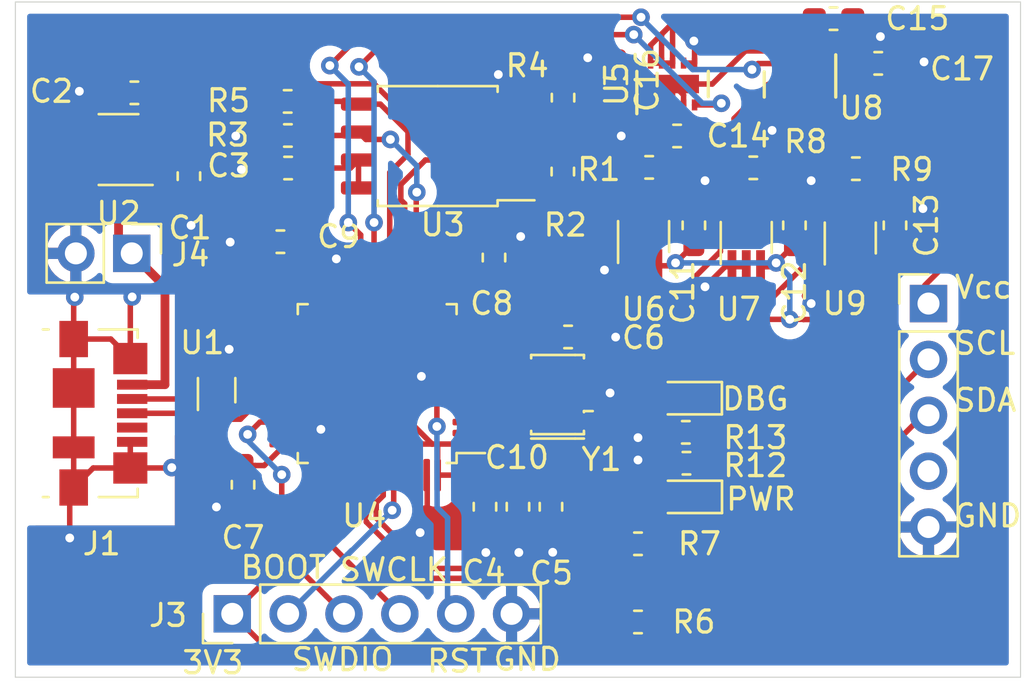
<source format=kicad_pcb>
(kicad_pcb (version 20171130) (host pcbnew 5.1.6-c6e7f7d~86~ubuntu19.10.1)
  (layers (0 F.Cu signal) (31 B.Cu signal) (34 B.Paste user) (35 F.Paste user) (36 B.SilkS user) (37 F.SilkS user) (38 B.Mask user) (39 F.Mask user) (44 Edge.Cuts user))
  (net 0 "")
  (net 1 GND)
  (net 2 +3V3)
  (net 3 /SDA)
  (net 4 /SCL)
  (net 5 /CSF)
  (net 6 /MISO)
  (net 7 /MOSI)
  (net 8 /SCK)
  (net 9 /USBP)
  (net 10 /USBN)
  (net 11 +5V)
  (net 12 /RST)
  (net 13 /SWCLK)
  (net 14 /SWDIO)
  (net 15 /BOOT)
  (net 16 "Net-(D1-Pad1)")
  (net 17 "Net-(D2-Pad1)")
  (net 18 "Net-(D2-Pad2)")
  (net 19 "Net-(U4-Pad6)")
  (net 20 "Net-(U4-Pad5)")
  (net 21 VCC)
  (net 22 /SENSE_L)
  (net 23 /SENSE_M)
  (net 24 "Net-(R8-Pad1)")
  (net 25 /SENSE_H)
  (net 26 /EN_M)
  (net 27 /EN_L)
  (net 28 "Net-(C15-Pad1)")
  (net 29 "Net-(C16-Pad2)")
  (net 30 "Net-(C17-Pad2)")
  (module Package_SON:WSON-10-1EP_2x3mm_P0.5mm_EP0.84x2.4mm (layer F.Cu) (at 172.974 86.05 270)
    (fp_text reference U8 (at 1.072 -2.794 180) (layer F.SilkS))
    (fp_text value TPS29990)
    (pad 11 smd rect (at 0 0 270) (size 0.84 2.4) (layers F.Cu F.Mask) (net 28 "Net-(C15-Pad1)"))
    (pad 10 smd rect (at 0.95 -1 270) (size 0.5 0.25) (layers F.Cu F.Paste F.Mask) (net 24 "Net-(R8-Pad1)"))
    (pad 9 smd rect (at 0.95 -0.5 270) (size 0.5 0.25) (layers F.Cu F.Paste F.Mask) (net 24 "Net-(R8-Pad1)"))
    (pad 8 smd rect (at 0.95 0 270) (size 0.5 0.25) (layers F.Cu F.Paste F.Mask) (net 24 "Net-(R8-Pad1)"))
    (pad 7 smd rect (at 0.95 0.5 270) (size 0.5 0.25) (layers F.Cu F.Paste F.Mask) (net 1 GND))
    (pad 6 smd rect (at 0.95 1 270) (size 0.5 0.25) (layers F.Cu F.Paste F.Mask) (net 1 GND))
    (pad 5 smd rect (at -0.95 1 270) (size 0.5 0.25) (layers F.Cu F.Paste F.Mask) (net 26 /EN_M))
    (pad 4 smd rect (at -0.95 0.5 270) (size 0.5 0.25) (layers F.Cu F.Paste F.Mask) (net 2 +3V3))
    (pad 3 smd rect (at -0.95 0 270) (size 0.5 0.25) (layers F.Cu F.Paste F.Mask) (net 28 "Net-(C15-Pad1)"))
    (pad 2 smd rect (at -0.95 -0.5 270) (size 0.5 0.25) (layers F.Cu F.Paste F.Mask))
    (pad 1 smd rect (at -0.95 -1 270) (size 0.5 0.25) (layers F.Cu F.Paste F.Mask) (net 30 "Net-(C17-Pad2)"))
  )
  (module Package_SON:WSON-10-1EP_2x3mm_P0.5mm_EP0.84x2.4mm (layer F.Cu) (at 167.18 86.03 90)
    (fp_text reference U5 (at 0 -2.55 90) (layer F.SilkS))
    (fp_text value TPS29990)
    (pad 11 smd rect (at 0 0 90) (size 0.84 2.4) (layers F.Cu F.Mask) (net 2 +3V3))
    (pad 10 smd rect (at 0.95 -1 90) (size 0.5 0.25) (layers F.Cu F.Paste F.Mask) (net 28 "Net-(C15-Pad1)"))
    (pad 9 smd rect (at 0.95 -0.5 90) (size 0.5 0.25) (layers F.Cu F.Paste F.Mask) (net 28 "Net-(C15-Pad1)"))
    (pad 8 smd rect (at 0.95 0 90) (size 0.5 0.25) (layers F.Cu F.Paste F.Mask) (net 28 "Net-(C15-Pad1)"))
    (pad 7 smd rect (at 0.95 0.5 90) (size 0.5 0.25) (layers F.Cu F.Paste F.Mask) (net 1 GND))
    (pad 6 smd rect (at 0.95 1 90) (size 0.5 0.25) (layers F.Cu F.Paste F.Mask) (net 1 GND))
    (pad 5 smd rect (at -0.95 1 90) (size 0.5 0.25) (layers F.Cu F.Paste F.Mask) (net 27 /EN_L))
    (pad 4 smd rect (at -0.95 0.5 90) (size 0.5 0.25) (layers F.Cu F.Paste F.Mask) (net 2 +3V3))
    (pad 3 smd rect (at -0.95 0 90) (size 0.5 0.25) (layers F.Cu F.Paste F.Mask) (net 2 +3V3))
    (pad 2 smd rect (at -0.95 -0.5 90) (size 0.5 0.25) (layers F.Cu F.Paste F.Mask))
    (pad 1 smd rect (at -0.95 -1 90) (size 0.5 0.25) (layers F.Cu F.Paste F.Mask) (net 29 "Net-(C16-Pad2)"))
  )
  (module Capacitor_SMD:C_0603_1608Metric_Pad1.05x0.95mm_HandSolder (layer F.Cu) (at 176.53 85.09 180)
    (fp_text reference C17 (at -3.81 -0.254) (layer F.SilkS))
    (fp_text value 220pF)
    (pad 2 smd roundrect (at 0.875 0 180) (size 1.05 0.95) (layers F.Cu F.Paste F.Mask) (net 30 "Net-(C17-Pad2)"))
    (pad 1 smd roundrect (at -0.875 0 180) (size 1.05 0.95) (layers F.Cu F.Paste F.Mask) (net 1 GND))
  )
  (module Capacitor_SMD:C_0603_1608Metric_Pad1.05x0.95mm_HandSolder (layer F.Cu) (at 164.592 85.852 270)
    (fp_text reference C16 (at 0 -1.43 90) (layer F.SilkS))
    (fp_text value 220pF)
    (pad 2 smd roundrect (at 0.875 0 270) (size 1.05 0.95) (layers F.Cu F.Paste F.Mask) (net 29 "Net-(C16-Pad2)"))
    (pad 1 smd roundrect (at -0.875 0 270) (size 1.05 0.95) (layers F.Cu F.Paste F.Mask) (net 1 GND))
  )
  (module Capacitor_SMD:C_0603_1608Metric_Pad1.05x0.95mm_HandSolder (layer F.Cu) (at 174.498 83.058)
    (fp_text reference C15 (at 3.81 0) (layer F.SilkS))
    (fp_text value 1uF)
    (pad 2 smd roundrect (at 0.875 0) (size 1.05 0.95) (layers F.Cu F.Paste F.Mask) (net 1 GND))
    (pad 1 smd roundrect (at -0.875 0) (size 1.05 0.95) (layers F.Cu F.Paste F.Mask) (net 28 "Net-(C15-Pad1)"))
  )
  (module Capacitor_SMD:C_0603_1608Metric_Pad1.05x0.95mm_HandSolder (layer F.Cu) (at 167.386 88.392 180)
    (fp_text reference C14 (at -2.794 0) (layer F.SilkS))
    (fp_text value 1uF)
    (pad 2 smd roundrect (at 0.875 0 180) (size 1.05 0.95) (layers F.Cu F.Paste F.Mask) (net 1 GND))
    (pad 1 smd roundrect (at -0.875 0 180) (size 1.05 0.95) (layers F.Cu F.Paste F.Mask) (net 2 +3V3))
  )
  (module Capacitor_SMD:C_0603_1608Metric_Pad1.05x0.95mm_HandSolder (layer F.Cu) (at 172.72 92.456 270)
    (fp_text reference C12 (at 3.048 0 90) (layer F.SilkS))
    (fp_text value 0.1uF)
    (pad 2 smd roundrect (at 0.875 0 270) (size 1.05 0.95) (layers F.Cu F.Paste F.Mask) (net 2 +3V3))
    (pad 1 smd roundrect (at -0.875 0 270) (size 1.05 0.95) (layers F.Cu F.Paste F.Mask) (net 1 GND))
  )
  (module Capacitor_SMD:C_0603_1608Metric_Pad1.05x0.95mm_HandSolder (layer F.Cu) (at 177.292 92.456 270)
    (fp_text reference C13 (at 0 -1.43 90) (layer F.SilkS))
    (fp_text value 0.1uF)
    (pad 2 smd roundrect (at 0.875 0 270) (size 1.05 0.95) (layers F.Cu F.Paste F.Mask) (net 2 +3V3))
    (pad 1 smd roundrect (at -0.875 0 270) (size 1.05 0.95) (layers F.Cu F.Paste F.Mask) (net 1 GND))
  )
  (module Capacitor_SMD:C_0603_1608Metric_Pad1.05x0.95mm_HandSolder (layer F.Cu) (at 168.148 92.456 270)
    (fp_text reference C11 (at 3.048 0.508 90) (layer F.SilkS))
    (fp_text value 0.1uF)
    (pad 2 smd roundrect (at 0.875 0 270) (size 1.05 0.95) (layers F.Cu F.Paste F.Mask) (net 2 +3V3))
    (pad 1 smd roundrect (at -0.875 0 270) (size 1.05 0.95) (layers F.Cu F.Paste F.Mask) (net 1 GND))
  )
  (module Package_TO_SOT_SMD:SOT-23-5_HandSoldering (layer F.Cu) (at 141.99 89.01 180)
    (fp_text reference U2 (at 0 -2.9) (layer F.SilkS))
    (fp_text value AP7370)
    (pad 5 smd rect (at 1.35 -0.95 180) (size 1.56 0.65) (layers F.Cu F.Paste F.Mask))
    (pad 4 smd rect (at 1.35 0.95 180) (size 1.56 0.65) (layers F.Cu F.Paste F.Mask))
    (pad 3 smd rect (at -1.35 0.95 180) (size 1.56 0.65) (layers F.Cu F.Paste F.Mask) (net 2 +3V3))
    (pad 2 smd rect (at -1.35 0 180) (size 1.56 0.65) (layers F.Cu F.Paste F.Mask) (net 11 +5V))
    (pad 1 smd rect (at -1.35 -0.95 180) (size 1.56 0.65) (layers F.Cu F.Paste F.Mask) (net 1 GND))
  )
  (module LED_SMD:LED_0603_1608Metric_Pad1.05x0.95mm_HandSolder (layer F.Cu) (at 167.762 100.316 180)
    (fp_text reference D2 hide)
    (fp_text value LED_OUTPUT)
    (pad 2 smd roundrect (at 0.875 0 180) (size 1.05 0.95) (layers F.Cu F.Paste F.Mask) (net 18 "Net-(D2-Pad2)"))
    (pad 1 smd roundrect (at -0.875 0 180) (size 1.05 0.95) (layers F.Cu F.Paste F.Mask) (net 17 "Net-(D2-Pad1)"))
  )
  (module LED_SMD:LED_0603_1608Metric_Pad1.05x0.95mm_HandSolder (layer F.Cu) (at 167.767 104.802 180)
    (fp_text reference D1 hide)
    (fp_text value LED_POWER)
    (pad 2 smd roundrect (at 0.875 0 180) (size 1.05 0.95) (layers F.Cu F.Paste F.Mask) (net 2 +3V3))
    (pad 1 smd roundrect (at -0.875 0 180) (size 1.05 0.95) (layers F.Cu F.Paste F.Mask) (net 16 "Net-(D1-Pad1)"))
  )
  (module Package_TO_SOT_SMD:SOT-363_SC-70-6_Handsoldering (layer F.Cu) (at 175.26 93.03 90)
    (fp_text reference U9 (at -2.982 -0.254 180) (layer F.SilkS))
    (fp_text value INA190-Q1)
    (pad 6 smd rect (at 1.33 -0.65 90) (size 1.5 0.4) (layers F.Cu F.Paste F.Mask) (net 25 /SENSE_H))
    (pad 5 smd rect (at 1.33 0 90) (size 1.5 0.4) (layers F.Cu F.Paste F.Mask) (net 24 "Net-(R8-Pad1)"))
    (pad 4 smd rect (at 1.33 0.65 90) (size 1.5 0.4) (layers F.Cu F.Paste F.Mask) (net 21 VCC))
    (pad 3 smd rect (at -1.33 0.65 90) (size 1.5 0.4) (layers F.Cu F.Paste F.Mask) (net 2 +3V3))
    (pad 2 smd rect (at -1.33 0 90) (size 1.5 0.4) (layers F.Cu F.Paste F.Mask) (net 1 GND))
    (pad 1 smd rect (at -1.33 -0.65 90) (size 1.5 0.4) (layers F.Cu F.Paste F.Mask) (net 1 GND))
  )
  (module Package_TO_SOT_SMD:SOT-363_SC-70-6_Handsoldering (layer F.Cu) (at 170.53 93.005 90)
    (fp_text reference U7 (at -3.261 -0.35 180) (layer F.SilkS))
    (fp_text value INA190-Q1)
    (pad 6 smd rect (at 1.33 -0.65 90) (size 1.5 0.4) (layers F.Cu F.Paste F.Mask) (net 23 /SENSE_M))
    (pad 5 smd rect (at 1.33 0 90) (size 1.5 0.4) (layers F.Cu F.Paste F.Mask) (net 28 "Net-(C15-Pad1)"))
    (pad 4 smd rect (at 1.33 0.65 90) (size 1.5 0.4) (layers F.Cu F.Paste F.Mask) (net 24 "Net-(R8-Pad1)"))
    (pad 3 smd rect (at -1.33 0.65 90) (size 1.5 0.4) (layers F.Cu F.Paste F.Mask) (net 2 +3V3))
    (pad 2 smd rect (at -1.33 0 90) (size 1.5 0.4) (layers F.Cu F.Paste F.Mask) (net 1 GND))
    (pad 1 smd rect (at -1.33 -0.65 90) (size 1.5 0.4) (layers F.Cu F.Paste F.Mask) (net 1 GND))
  )
  (module Package_TO_SOT_SMD:SOT-363_SC-70-6_Handsoldering (layer F.Cu) (at 165.862 92.964 90)
    (fp_text reference U6 (at -3.302 0 180) (layer F.SilkS))
    (fp_text value INA190-Q1)
    (pad 6 smd rect (at 1.33 -0.65 90) (size 1.5 0.4) (layers F.Cu F.Paste F.Mask) (net 22 /SENSE_L))
    (pad 5 smd rect (at 1.33 0 90) (size 1.5 0.4) (layers F.Cu F.Paste F.Mask) (net 2 +3V3))
    (pad 4 smd rect (at 1.33 0.65 90) (size 1.5 0.4) (layers F.Cu F.Paste F.Mask) (net 28 "Net-(C15-Pad1)"))
    (pad 3 smd rect (at -1.33 0.65 90) (size 1.5 0.4) (layers F.Cu F.Paste F.Mask) (net 2 +3V3))
    (pad 2 smd rect (at -1.33 0 90) (size 1.5 0.4) (layers F.Cu F.Paste F.Mask) (net 1 GND))
    (pad 1 smd rect (at -1.33 -0.65 90) (size 1.5 0.4) (layers F.Cu F.Paste F.Mask) (net 1 GND))
  )
  (module Resistor_SMD:R_0603_1608Metric_Pad1.05x0.95mm_HandSolder (layer F.Cu) (at 175.514 89.88 180)
    (fp_text reference R9 (at -2.54 -0.036) (layer F.SilkS))
    (fp_text value 100m)
    (pad 2 smd roundrect (at 0.875 0 180) (size 1.05 0.95) (layers F.Cu F.Paste F.Mask) (net 24 "Net-(R8-Pad1)"))
    (pad 1 smd roundrect (at -0.875 0 180) (size 1.05 0.95) (layers F.Cu F.Paste F.Mask) (net 21 VCC))
  )
  (module Resistor_SMD:R_0603_1608Metric_Pad1.05x0.95mm_HandSolder (layer F.Cu) (at 170.85 89.84 180)
    (fp_text reference R8 (at -2.378 1.194) (layer F.SilkS))
    (fp_text value 5)
    (pad 2 smd roundrect (at 0.875 0 180) (size 1.05 0.95) (layers F.Cu F.Paste F.Mask) (net 28 "Net-(C15-Pad1)"))
    (pad 1 smd roundrect (at -0.875 0 180) (size 1.05 0.95) (layers F.Cu F.Paste F.Mask) (net 24 "Net-(R8-Pad1)"))
  )
  (module Resistor_SMD:R_0603_1608Metric_Pad1.05x0.95mm_HandSolder (layer F.Cu) (at 166.116 89.82 180)
    (fp_text reference R1 (at 2.286 -0.096) (layer F.SilkS))
    (fp_text value 500)
    (pad 2 smd roundrect (at 0.875 0 180) (size 1.05 0.95) (layers F.Cu F.Paste F.Mask) (net 2 +3V3))
    (pad 1 smd roundrect (at -0.875 0 180) (size 1.05 0.95) (layers F.Cu F.Paste F.Mask) (net 28 "Net-(C15-Pad1)"))
  )
  (module Crystal:Resonator_SMD_muRata_CSTxExxV-3Pin_3.0x1.1mm_HandSoldering (layer F.Cu) (at 161.95 100.15 90)
    (fp_text reference Y1 (at -2.95 2 180) (layer F.SilkS))
    (fp_text value 8MHz)
    (pad 3 smd rect (at 1.2 0 90) (size 0.4 3.2) (layers F.Cu F.Paste F.Mask) (net 19 "Net-(U4-Pad6)"))
    (pad 2 smd rect (at 0 0 90) (size 0.4 3.2) (layers F.Cu F.Paste F.Mask) (net 1 GND))
    (pad 1 smd rect (at -1.2 0 90) (size 0.4 3.2) (layers F.Cu F.Paste F.Mask) (net 20 "Net-(U4-Pad5)"))
  )
  (module Resistor_SMD:R_0603_1608Metric_Pad1.05x0.95mm_HandSolder (layer F.Cu) (at 167.782 101.866 180)
    (fp_text reference R13 (at -3.16 -0.242) (layer F.SilkS))
    (fp_text value 1k)
    (pad 2 smd roundrect (at 0.875 0 180) (size 1.05 0.95) (layers F.Cu F.Paste F.Mask) (net 1 GND))
    (pad 1 smd roundrect (at -0.875 0 180) (size 1.05 0.95) (layers F.Cu F.Paste F.Mask) (net 17 "Net-(D2-Pad1)"))
  )
  (module Connector_PinHeader_2.54mm:PinHeader_1x02_P2.54mm_Vertical (layer F.Cu) (at 142.59 93.73 270)
    (fp_text reference J4 (at 0.07 -2.67 180) (layer F.SilkS))
    (fp_text value USB_DBG)
    (pad 2 thru_hole oval (at 0 2.54 270) (size 1.7 1.7) (drill 1) (layers *.Cu *.Mask) (net 1 GND))
    (pad 1 thru_hole rect (at 0 0 270) (size 1.7 1.7) (drill 1) (layers *.Cu *.Mask) (net 11 +5V))
  )
  (module Resistor_SMD:R_0603_1608Metric_Pad1.05x0.95mm_HandSolder (layer F.Cu) (at 167.812 103.272 180)
    (fp_text reference R12 (at -3.13 -0.106) (layer F.SilkS))
    (fp_text value 1k)
    (pad 2 smd roundrect (at 0.875 0 180) (size 1.05 0.95) (layers F.Cu F.Paste F.Mask) (net 1 GND))
    (pad 1 smd roundrect (at -0.875 0 180) (size 1.05 0.95) (layers F.Cu F.Paste F.Mask) (net 16 "Net-(D1-Pad1)"))
  )
  (module Connector_PinHeader_2.54mm:PinHeader_1x06_P2.54mm_Vertical (layer F.Cu) (at 147.16 110.12 90)
    (fp_text reference J3 (at -0.07 -2.92 180) (layer F.SilkS))
    (fp_text value DBG)
    (pad 6 thru_hole oval (at 0 12.7 90) (size 1.7 1.7) (drill 1) (layers *.Cu *.Mask) (net 1 GND))
    (pad 5 thru_hole oval (at 0 10.16 90) (size 1.7 1.7) (drill 1) (layers *.Cu *.Mask) (net 12 /RST))
    (pad 4 thru_hole oval (at 0 7.62 90) (size 1.7 1.7) (drill 1) (layers *.Cu *.Mask) (net 13 /SWCLK))
    (pad 3 thru_hole oval (at 0 5.08 90) (size 1.7 1.7) (drill 1) (layers *.Cu *.Mask) (net 14 /SWDIO))
    (pad 2 thru_hole oval (at 0 2.54 90) (size 1.7 1.7) (drill 1) (layers *.Cu *.Mask) (net 15 /BOOT))
    (pad 1 thru_hole rect (at 0 0 90) (size 1.7 1.7) (drill 1) (layers *.Cu *.Mask) (net 2 +3V3))
  )
  (module Capacitor_SMD:C_0603_1608Metric_Pad1.05x0.95mm_HandSolder (layer F.Cu) (at 160.15 105.25 270)
    (fp_text reference C10 (at -2.24 0.05 180) (layer F.SilkS))
    (fp_text value 4.7uF)
    (pad 2 smd roundrect (at 0.875 0 270) (size 1.05 0.95) (layers F.Cu F.Paste F.Mask) (net 1 GND))
    (pad 1 smd roundrect (at -0.875 0 270) (size 1.05 0.95) (layers F.Cu F.Paste F.Mask) (net 2 +3V3))
  )
  (module Capacitor_SMD:C_0603_1608Metric_Pad1.05x0.95mm_HandSolder (layer F.Cu) (at 149.35 93.2 180)
    (fp_text reference C9 (at -2.65 0.236) (layer F.SilkS))
    (fp_text value 100nF)
    (pad 2 smd roundrect (at 0.875 0 180) (size 1.05 0.95) (layers F.Cu F.Paste F.Mask) (net 1 GND))
    (pad 1 smd roundrect (at -0.875 0 180) (size 1.05 0.95) (layers F.Cu F.Paste F.Mask) (net 2 +3V3))
  )
  (module Capacitor_SMD:C_0603_1608Metric_Pad1.05x0.95mm_HandSolder (layer F.Cu) (at 159.06 93.92 90)
    (fp_text reference C8 (at -2.09 -0.1 180) (layer F.SilkS))
    (fp_text value 1uF)
    (pad 2 smd roundrect (at 0.875 0 90) (size 1.05 0.95) (layers F.Cu F.Paste F.Mask) (net 1 GND))
    (pad 1 smd roundrect (at -0.875 0 90) (size 1.05 0.95) (layers F.Cu F.Paste F.Mask) (net 2 +3V3))
  )
  (module Capacitor_SMD:C_0603_1608Metric_Pad1.05x0.95mm_HandSolder (layer F.Cu) (at 147.65 104.25 270)
    (fp_text reference C7 (at 2.4 0 180) (layer F.SilkS))
    (fp_text value 100nF)
    (pad 2 smd roundrect (at 0.875 0 270) (size 1.05 0.95) (layers F.Cu F.Paste F.Mask) (net 1 GND))
    (pad 1 smd roundrect (at -0.875 0 270) (size 1.05 0.95) (layers F.Cu F.Paste F.Mask) (net 2 +3V3))
  )
  (module Capacitor_SMD:C_0603_1608Metric_Pad1.05x0.95mm_HandSolder (layer F.Cu) (at 162.43 97.53)
    (fp_text reference C6 (at 3.432 0.03) (layer F.SilkS))
    (fp_text value 10nF)
    (pad 2 smd roundrect (at 0.875 0) (size 1.05 0.95) (layers F.Cu F.Paste F.Mask) (net 1 GND))
    (pad 1 smd roundrect (at -0.875 0) (size 1.05 0.95) (layers F.Cu F.Paste F.Mask) (net 2 +3V3))
  )
  (module Capacitor_SMD:C_0603_1608Metric_Pad1.05x0.95mm_HandSolder (layer F.Cu) (at 161.65 105.25 270)
    (fp_text reference C5 (at 3.02 -0.02) (layer F.SilkS))
    (fp_text value 100nF)
    (pad 2 smd roundrect (at 0.875 0 270) (size 1.05 0.95) (layers F.Cu F.Paste F.Mask) (net 1 GND))
    (pad 1 smd roundrect (at -0.875 0 270) (size 1.05 0.95) (layers F.Cu F.Paste F.Mask) (net 2 +3V3))
  )
  (module Capacitor_SMD:C_0603_1608Metric_Pad1.05x0.95mm_HandSolder (layer F.Cu) (at 158.65 105.25 270)
    (fp_text reference C4 (at 2.96 0.05) (layer F.SilkS))
    (fp_text value 100nF)
    (pad 2 smd roundrect (at 0.875 0 270) (size 1.05 0.95) (layers F.Cu F.Paste F.Mask) (net 1 GND))
    (pad 1 smd roundrect (at -0.875 0 270) (size 1.05 0.95) (layers F.Cu F.Paste F.Mask) (net 2 +3V3))
  )
  (module Package_QFP:LQFP-48_7x7mm_P0.5mm (layer F.Cu) (at 153.75 99.65 180)
    (fp_text reference U4 (at 0.588 -6.014) (layer F.SilkS))
    (fp_text value STM32F070C6Tx)
    (pad 48 smd roundrect (at -2.75 -4.1625 180) (size 0.3 1.475) (layers F.Cu F.Paste F.Mask) (net 2 +3V3))
    (pad 47 smd roundrect (at -2.25 -4.1625 180) (size 0.3 1.475) (layers F.Cu F.Paste F.Mask) (net 1 GND))
    (pad 46 smd roundrect (at -1.75 -4.1625 180) (size 0.3 1.475) (layers F.Cu F.Paste F.Mask))
    (pad 45 smd roundrect (at -1.25 -4.1625 180) (size 0.3 1.475) (layers F.Cu F.Paste F.Mask))
    (pad 44 smd roundrect (at -0.75 -4.1625 180) (size 0.3 1.475) (layers F.Cu F.Paste F.Mask) (net 15 /BOOT))
    (pad 43 smd roundrect (at -0.25 -4.1625 180) (size 0.3 1.475) (layers F.Cu F.Paste F.Mask) (net 3 /SDA))
    (pad 42 smd roundrect (at 0.25 -4.1625 180) (size 0.3 1.475) (layers F.Cu F.Paste F.Mask) (net 4 /SCL))
    (pad 41 smd roundrect (at 0.75 -4.1625 180) (size 0.3 1.475) (layers F.Cu F.Paste F.Mask))
    (pad 40 smd roundrect (at 1.25 -4.1625 180) (size 0.3 1.475) (layers F.Cu F.Paste F.Mask))
    (pad 39 smd roundrect (at 1.75 -4.1625 180) (size 0.3 1.475) (layers F.Cu F.Paste F.Mask))
    (pad 38 smd roundrect (at 2.25 -4.1625 180) (size 0.3 1.475) (layers F.Cu F.Paste F.Mask))
    (pad 37 smd roundrect (at 2.75 -4.1625 180) (size 0.3 1.475) (layers F.Cu F.Paste F.Mask) (net 13 /SWCLK))
    (pad 36 smd roundrect (at 4.1625 -2.75 180) (size 1.475 0.3) (layers F.Cu F.Paste F.Mask) (net 2 +3V3))
    (pad 35 smd roundrect (at 4.1625 -2.25 180) (size 1.475 0.3) (layers F.Cu F.Paste F.Mask) (net 1 GND))
    (pad 34 smd roundrect (at 4.1625 -1.75 180) (size 1.475 0.3) (layers F.Cu F.Paste F.Mask) (net 14 /SWDIO))
    (pad 33 smd roundrect (at 4.1625 -1.25 180) (size 1.475 0.3) (layers F.Cu F.Paste F.Mask) (net 9 /USBP))
    (pad 32 smd roundrect (at 4.1625 -0.75 180) (size 1.475 0.3) (layers F.Cu F.Paste F.Mask) (net 10 /USBN))
    (pad 31 smd roundrect (at 4.1625 -0.25 180) (size 1.475 0.3) (layers F.Cu F.Paste F.Mask))
    (pad 30 smd roundrect (at 4.1625 0.25 180) (size 1.475 0.3) (layers F.Cu F.Paste F.Mask))
    (pad 29 smd roundrect (at 4.1625 0.75 180) (size 1.475 0.3) (layers F.Cu F.Paste F.Mask))
    (pad 28 smd roundrect (at 4.1625 1.25 180) (size 1.475 0.3) (layers F.Cu F.Paste F.Mask))
    (pad 27 smd roundrect (at 4.1625 1.75 180) (size 1.475 0.3) (layers F.Cu F.Paste F.Mask))
    (pad 26 smd roundrect (at 4.1625 2.25 180) (size 1.475 0.3) (layers F.Cu F.Paste F.Mask))
    (pad 25 smd roundrect (at 4.1625 2.75 180) (size 1.475 0.3) (layers F.Cu F.Paste F.Mask))
    (pad 24 smd roundrect (at 2.75 4.1625 180) (size 0.3 1.475) (layers F.Cu F.Paste F.Mask) (net 2 +3V3))
    (pad 23 smd roundrect (at 2.25 4.1625 180) (size 0.3 1.475) (layers F.Cu F.Paste F.Mask) (net 1 GND))
    (pad 22 smd roundrect (at 1.75 4.1625 180) (size 0.3 1.475) (layers F.Cu F.Paste F.Mask))
    (pad 21 smd roundrect (at 1.25 4.1625 180) (size 0.3 1.475) (layers F.Cu F.Paste F.Mask))
    (pad 20 smd roundrect (at 0.75 4.1625 180) (size 0.3 1.475) (layers F.Cu F.Paste F.Mask) (net 26 /EN_M))
    (pad 19 smd roundrect (at 0.25 4.1625 180) (size 0.3 1.475) (layers F.Cu F.Paste F.Mask) (net 27 /EN_L))
    (pad 18 smd roundrect (at -0.25 4.1625 180) (size 0.3 1.475) (layers F.Cu F.Paste F.Mask))
    (pad 17 smd roundrect (at -0.75 4.1625 180) (size 0.3 1.475) (layers F.Cu F.Paste F.Mask) (net 7 /MOSI))
    (pad 16 smd roundrect (at -1.25 4.1625 180) (size 0.3 1.475) (layers F.Cu F.Paste F.Mask) (net 6 /MISO))
    (pad 15 smd roundrect (at -1.75 4.1625 180) (size 0.3 1.475) (layers F.Cu F.Paste F.Mask) (net 8 /SCK))
    (pad 14 smd roundrect (at -2.25 4.1625 180) (size 0.3 1.475) (layers F.Cu F.Paste F.Mask) (net 5 /CSF))
    (pad 13 smd roundrect (at -2.75 4.1625 180) (size 0.3 1.475) (layers F.Cu F.Paste F.Mask))
    (pad 12 smd roundrect (at -4.1625 2.75 180) (size 1.475 0.3) (layers F.Cu F.Paste F.Mask) (net 22 /SENSE_L))
    (pad 11 smd roundrect (at -4.1625 2.25 180) (size 1.475 0.3) (layers F.Cu F.Paste F.Mask) (net 23 /SENSE_M))
    (pad 10 smd roundrect (at -4.1625 1.75 180) (size 1.475 0.3) (layers F.Cu F.Paste F.Mask) (net 25 /SENSE_H))
    (pad 9 smd roundrect (at -4.1625 1.25 180) (size 1.475 0.3) (layers F.Cu F.Paste F.Mask) (net 2 +3V3))
    (pad 8 smd roundrect (at -4.1625 0.75 180) (size 1.475 0.3) (layers F.Cu F.Paste F.Mask) (net 1 GND))
    (pad 7 smd roundrect (at -4.1625 0.25 180) (size 1.475 0.3) (layers F.Cu F.Paste F.Mask) (net 12 /RST))
    (pad 6 smd roundrect (at -4.1625 -0.25 180) (size 1.475 0.3) (layers F.Cu F.Paste F.Mask) (net 19 "Net-(U4-Pad6)"))
    (pad 5 smd roundrect (at -4.1625 -0.75 180) (size 1.475 0.3) (layers F.Cu F.Paste F.Mask) (net 20 "Net-(U4-Pad5)"))
    (pad 4 smd roundrect (at -4.1625 -1.25 180) (size 1.475 0.3) (layers F.Cu F.Paste F.Mask))
    (pad 3 smd roundrect (at -4.1625 -1.75 180) (size 1.475 0.3) (layers F.Cu F.Paste F.Mask))
    (pad 2 smd roundrect (at -4.1625 -2.25 180) (size 1.475 0.3) (layers F.Cu F.Paste F.Mask) (net 18 "Net-(D2-Pad2)"))
    (pad 1 smd roundrect (at -4.1625 -2.75 180) (size 1.475 0.3) (layers F.Cu F.Paste F.Mask) (net 2 +3V3))
  )
  (module Package_TO_SOT_SMD:SOT-543 (layer F.Cu) (at 146.45 99.95 90)
    (fp_text reference U1 (at 2.16 -0.654 180) (layer F.SilkS))
    (fp_text value TPD3E001DRLR)
    (pad 4 smd rect (at 0.72 -0.5) (size 0.27 0.55) (layers F.Cu F.Paste F.Mask))
    (pad 3 smd rect (at 0.72 0.5) (size 0.27 0.55) (layers F.Cu F.Paste F.Mask) (net 1 GND))
    (pad 2 smd rect (at -0.72 0.5) (size 0.27 0.55) (layers F.Cu F.Paste F.Mask) (net 10 /USBN))
    (pad 1 smd rect (at -0.72 -0.5) (size 0.27 0.55) (layers F.Cu F.Paste F.Mask) (net 9 /USBP))
  )
  (module Package_SO:SOIC-8_5.23x5.23mm_P1.27mm (layer F.Cu) (at 156.5 88.85 180)
    (fp_text reference U3 (at -0.23 -3.58) (layer F.SilkS))
    (fp_text value W25Q32JVSS)
    (pad 8 smd roundrect (at 3.6 -1.905 180) (size 1.6 0.6) (layers F.Cu F.Paste F.Mask) (net 2 +3V3))
    (pad 7 smd roundrect (at 3.6 -0.635 180) (size 1.6 0.6) (layers F.Cu F.Paste F.Mask) (net 2 +3V3))
    (pad 6 smd roundrect (at 3.6 0.635 180) (size 1.6 0.6) (layers F.Cu F.Paste F.Mask) (net 8 /SCK))
    (pad 5 smd roundrect (at 3.6 1.905 180) (size 1.6 0.6) (layers F.Cu F.Paste F.Mask) (net 7 /MOSI))
    (pad 4 smd roundrect (at -3.6 1.905 180) (size 1.6 0.6) (layers F.Cu F.Paste F.Mask) (net 1 GND))
    (pad 3 smd roundrect (at -3.6 0.635 180) (size 1.6 0.6) (layers F.Cu F.Paste F.Mask) (net 2 +3V3))
    (pad 2 smd roundrect (at -3.6 -0.635 180) (size 1.6 0.6) (layers F.Cu F.Paste F.Mask) (net 6 /MISO))
    (pad 1 smd roundrect (at -3.6 -1.905 180) (size 1.6 0.6) (layers F.Cu F.Paste F.Mask) (net 5 /CSF))
  )
  (module Resistor_SMD:R_0603_1608Metric_Pad1.05x0.95mm_HandSolder (layer F.Cu) (at 149.68 86.82)
    (fp_text reference R5 (at -2.69 -0.03) (layer F.SilkS))
    (fp_text value 10k)
    (pad 2 smd roundrect (at 0.875 0) (size 1.05 0.95) (layers F.Cu F.Paste F.Mask) (net 7 /MOSI))
    (pad 1 smd roundrect (at -0.875 0) (size 1.05 0.95) (layers F.Cu F.Paste F.Mask) (net 2 +3V3))
  )
  (module Resistor_SMD:R_0603_1608Metric_Pad1.05x0.95mm_HandSolder (layer F.Cu) (at 162.2 86.65 270)
    (fp_text reference R4 (at -1.45 1.63 180) (layer F.SilkS))
    (fp_text value 10k)
    (pad 2 smd roundrect (at 0.875 0 270) (size 1.05 0.95) (layers F.Cu F.Paste F.Mask) (net 6 /MISO))
    (pad 1 smd roundrect (at -0.875 0 270) (size 1.05 0.95) (layers F.Cu F.Paste F.Mask) (net 2 +3V3))
  )
  (module Resistor_SMD:R_0603_1608Metric_Pad1.05x0.95mm_HandSolder (layer F.Cu) (at 149.69 88.37 180)
    (fp_text reference R3 (at 2.74 0.02 180) (layer F.SilkS))
    (fp_text value 100k)
    (pad 2 smd roundrect (at 0.875 0 180) (size 1.05 0.95) (layers F.Cu F.Paste F.Mask) (net 1 GND))
    (pad 1 smd roundrect (at -0.875 0 180) (size 1.05 0.95) (layers F.Cu F.Paste F.Mask) (net 8 /SCK))
  )
  (module Resistor_SMD:R_0603_1608Metric_Pad1.05x0.95mm_HandSolder (layer F.Cu) (at 162.19 90.01 90)
    (fp_text reference R2 (at -2.43 0.11 180) (layer F.SilkS))
    (fp_text value 10k)
    (pad 2 smd roundrect (at 0.875 0 90) (size 1.05 0.95) (layers F.Cu F.Paste F.Mask) (net 5 /CSF))
    (pad 1 smd roundrect (at -0.875 0 90) (size 1.05 0.95) (layers F.Cu F.Paste F.Mask) (net 2 +3V3))
  )
  (module Resistor_SMD:R_0603_1608Metric_Pad1.05x0.95mm_HandSolder (layer F.Cu) (at 165.608 106.934)
    (fp_text reference R7 (at 2.794 0 180) (layer F.SilkS))
    (fp_text value 10k)
    (pad 2 smd roundrect (at 0.875 0) (size 1.05 0.95) (layers F.Cu F.Paste F.Mask) (net 3 /SDA))
    (pad 1 smd roundrect (at -0.875 0) (size 1.05 0.95) (layers F.Cu F.Paste F.Mask) (net 2 +3V3))
  )
  (module Resistor_SMD:R_0603_1608Metric_Pad1.05x0.95mm_HandSolder (layer F.Cu) (at 165.608 110.49)
    (fp_text reference R6 (at 2.54 0) (layer F.SilkS))
    (fp_text value 10k)
    (pad 2 smd roundrect (at 0.875 0) (size 1.05 0.95) (layers F.Cu F.Paste F.Mask) (net 4 /SCL))
    (pad 1 smd roundrect (at -0.875 0) (size 1.05 0.95) (layers F.Cu F.Paste F.Mask) (net 2 +3V3))
  )
  (module Connector_PinHeader_2.54mm:PinHeader_1x05_P2.54mm_Vertical (layer F.Cu) (at 178.816 96.012)
    (fp_text reference J2 hide)
    (fp_text value OUT)
    (pad 5 thru_hole oval (at 0 10.16) (size 1.7 1.7) (drill 1) (layers *.Cu *.Mask) (net 1 GND))
    (pad 4 thru_hole oval (at 0 7.62) (size 1.7 1.7) (drill 1) (layers *.Cu *.Mask))
    (pad 3 thru_hole oval (at 0 5.08) (size 1.7 1.7) (drill 1) (layers *.Cu *.Mask) (net 4 /SCL))
    (pad 2 thru_hole oval (at 0 2.54) (size 1.7 1.7) (drill 1) (layers *.Cu *.Mask) (net 3 /SDA))
    (pad 1 thru_hole rect (at 0 0) (size 1.7 1.7) (drill 1) (layers *.Cu *.Mask) (net 21 VCC))
  )
  (module Connector_USB:USB_Micro-B_Molex_47346-0001 (layer F.Cu) (at 141.15 101 270)
    (fp_text reference J1 (at 5.934 -0.074) (layer F.SilkS))
    (fp_text value USB_B_Micro)
    (pad 6 smd rect (at 1.55 1.2 270) (size 1 1.9) (layers F.Cu F.Paste F.Mask) (net 1 GND))
    (pad 6 smd rect (at -1.15 1.2 270) (size 1.8 1.9) (layers F.Cu F.Paste F.Mask) (net 1 GND))
    (pad 6 smd rect (at 3.375 1.2 270) (size 1.65 1.3) (layers F.Cu F.Paste F.Mask) (net 1 GND))
    (pad 6 smd rect (at -3.375 1.2 270) (size 1.65 1.3) (layers F.Cu F.Paste F.Mask) (net 1 GND))
    (pad 6 smd rect (at 2.4875 -1.375 270) (size 1.425 1.55) (layers F.Cu F.Paste F.Mask) (net 1 GND))
    (pad 6 smd rect (at -2.4875 -1.375 270) (size 1.425 1.55) (layers F.Cu F.Paste F.Mask) (net 1 GND))
    (pad 5 smd rect (at 1.3 -1.46 270) (size 0.45 1.38) (layers F.Cu F.Paste F.Mask) (net 1 GND))
    (pad 4 smd rect (at 0.65 -1.46 270) (size 0.45 1.38) (layers F.Cu F.Paste F.Mask))
    (pad 3 smd rect (at 0 -1.46 270) (size 0.45 1.38) (layers F.Cu F.Paste F.Mask) (net 9 /USBP))
    (pad 2 smd rect (at -0.65 -1.46 270) (size 0.45 1.38) (layers F.Cu F.Paste F.Mask) (net 10 /USBN))
    (pad 1 smd rect (at -1.3 -1.46 270) (size 0.45 1.38) (layers F.Cu F.Paste F.Mask) (net 11 +5V))
  )
  (module Capacitor_SMD:C_0603_1608Metric_Pad1.05x0.95mm_HandSolder (layer F.Cu) (at 142.71 86.43 180)
    (fp_text reference C2 (at 3.772 0.07) (layer F.SilkS))
    (fp_text value 1uF)
    (pad 2 smd roundrect (at 0.875 0 180) (size 1.05 0.95) (layers F.Cu F.Paste F.Mask) (net 1 GND))
    (pad 1 smd roundrect (at -0.875 0 180) (size 1.05 0.95) (layers F.Cu F.Paste F.Mask) (net 2 +3V3))
  )
  (module Capacitor_SMD:C_0603_1608Metric_Pad1.05x0.95mm_HandSolder (layer F.Cu) (at 145.19 90.22 270)
    (fp_text reference C1 (at 2.35 -0.05 180) (layer F.SilkS))
    (fp_text value 1uF)
    (pad 2 smd roundrect (at 0.875 0 270) (size 1.05 0.95) (layers F.Cu F.Paste F.Mask) (net 1 GND))
    (pad 1 smd roundrect (at -0.875 0 270) (size 1.05 0.95) (layers F.Cu F.Paste F.Mask) (net 11 +5V))
  )
  (module Capacitor_SMD:C_0603_1608Metric_Pad1.05x0.95mm_HandSolder (layer F.Cu) (at 149.7 89.85 180)
    (fp_text reference C3 (at 2.7 0.1) (layer F.SilkS))
    (fp_text value 0.1uF)
    (pad 2 smd roundrect (at 0.875 0 180) (size 1.05 0.95) (layers F.Cu F.Paste F.Mask) (net 1 GND))
    (pad 1 smd roundrect (at -0.875 0 180) (size 1.05 0.95) (layers F.Cu F.Paste F.Mask) (net 2 +3V3))
  )
  (gr_text GND (at 181.51 105.66) (layer F.SilkS) (effects (font (size 1 1))))
  (gr_text SDA (at 181.4 100.41) (layer F.SilkS) (effects (font (size 1 1))))
  (gr_text SCL (at 181.38 97.82) (layer F.SilkS) (effects (font (size 1 1))))
  (gr_text Vcc (at 181.31 95.27) (layer F.SilkS) (effects (font (size 1 1))))
  (gr_text GND (at 160.57 112.19) (layer F.SilkS) (effects (font (size 1 1))))
  (gr_text RST (at 157.39 112.27) (layer F.SilkS) (effects (font (size 1 1))))
  (gr_text "SWCLK\n" (at 154.51 108.11) (layer F.SilkS) (effects (font (size 1 1))))
  (gr_text "SWDIO\n" (at 152.18 112.2) (layer F.SilkS) (effects (font (size 1 1))))
  (gr_text "BOOT\n" (at 149.48 108.01) (layer F.SilkS) (effects (font (size 1 1))))
  (gr_text "3V3\n" (at 146.28 112.34) (layer F.SilkS) (effects (font (size 1 1))))
  (gr_text DBG (at 170.942 100.346) (layer F.SilkS) (effects (font (size 1 1))))
  (gr_text "PWR\n" (at 171.196 104.902) (layer F.SilkS) (effects (font (size 1 1))))
  (gr_line (start 137.3 82.3) (end 183 82.3) (layer Edge.Cuts) (width 0.05))
  (gr_line (start 137.3 113) (end 137.3 82.3) (layer Edge.Cuts) (width 0.05))
  (gr_line (start 183 113) (end 137.3 113) (layer Edge.Cuts) (width 0.05))
  (gr_line (start 183 82.3) (end 183 113) (layer Edge.Cuts) (width 0.05))
  (via (at 168.148 84.074) (size 0.8) (drill 0.4) (layers F.Cu B.Cu) (net 1))
  (via (at 144.41 103.47) (size 0.8) (drill 0.4) (layers F.Cu B.Cu) (net 1))
  (via (at 142.61 95.71) (size 0.8) (drill 0.4) (layers F.Cu B.Cu) (net 1))
  (via (at 140 95.72) (size 0.8) (drill 0.4) (layers F.Cu B.Cu) (net 1))
  (segment (start 140.8375 103.4875) (end 139.95 104.375) (width 0.25) (layer F.Cu) (net 1))
  (segment (start 142.525 103.4875) (end 140.8375 103.4875) (width 0.25) (layer F.Cu) (net 1))
  (segment (start 139.95 104.375) (end 139.95 102.55) (width 0.25) (layer F.Cu) (net 1))
  (segment (start 139.95 99.85) (end 139.95 102.55) (width 0.25) (layer F.Cu) (net 1))
  (segment (start 139.95 99.85) (end 139.95 97.625) (width 0.25) (layer F.Cu) (net 1))
  (segment (start 141.6375 97.625) (end 142.525 98.5125) (width 0.25) (layer F.Cu) (net 1))
  (segment (start 139.95 97.625) (end 141.6375 97.625) (width 0.25) (layer F.Cu) (net 1))
  (via (at 158.69 107.33) (size 0.8) (drill 0.4) (layers F.Cu B.Cu) (net 1))
  (via (at 160.19 107.33) (size 0.8) (drill 0.4) (layers F.Cu B.Cu) (net 1))
  (via (at 161.73 107.32) (size 0.8) (drill 0.4) (layers F.Cu B.Cu) (net 1))
  (segment (start 158.69 106.165) (end 158.65 106.125) (width 0.25) (layer F.Cu) (net 1))
  (segment (start 158.69 107.33) (end 158.69 106.165) (width 0.25) (layer F.Cu) (net 1))
  (segment (start 160.19 106.165) (end 160.15 106.125) (width 0.25) (layer F.Cu) (net 1))
  (segment (start 160.19 107.33) (end 160.19 106.165) (width 0.25) (layer F.Cu) (net 1))
  (segment (start 161.73 106.205) (end 161.65 106.125) (width 0.25) (layer F.Cu) (net 1))
  (segment (start 161.73 107.32) (end 161.73 106.205) (width 0.25) (layer F.Cu) (net 1))
  (via (at 146.44 105.26) (size 0.8) (drill 0.4) (layers F.Cu B.Cu) (net 1))
  (segment (start 147.515 105.26) (end 147.65 105.125) (width 0.25) (layer F.Cu) (net 1))
  (segment (start 146.44 105.26) (end 147.515 105.26) (width 0.25) (layer F.Cu) (net 1))
  (via (at 151.19 101.73) (size 0.8) (drill 0.4) (layers F.Cu B.Cu) (net 1))
  (segment (start 151.02 101.9) (end 151.19 101.73) (width 0.25) (layer F.Cu) (net 1))
  (segment (start 149.5875 101.9) (end 151.02 101.9) (width 0.25) (layer F.Cu) (net 1))
  (via (at 147.02 98.09) (size 0.8) (drill 0.4) (layers F.Cu B.Cu) (net 1))
  (segment (start 146.95 98.16) (end 147.02 98.09) (width 0.25) (layer F.Cu) (net 1))
  (segment (start 146.95 99.23) (end 146.95 98.16) (width 0.25) (layer F.Cu) (net 1))
  (via (at 139.77 106.67) (size 0.8) (drill 0.4) (layers F.Cu B.Cu) (net 1))
  (segment (start 139.77 104.555) (end 139.95 104.375) (width 0.25) (layer F.Cu) (net 1))
  (segment (start 139.77 106.67) (end 139.77 104.555) (width 0.25) (layer F.Cu) (net 1))
  (segment (start 144.3925 103.4875) (end 144.41 103.47) (width 0.25) (layer F.Cu) (net 1))
  (segment (start 142.525 103.4875) (end 144.3925 103.4875) (width 0.25) (layer F.Cu) (net 1))
  (segment (start 142.525 95.795) (end 142.61 95.71) (width 0.25) (layer F.Cu) (net 1))
  (segment (start 142.525 98.5125) (end 142.525 95.795) (width 0.25) (layer F.Cu) (net 1))
  (segment (start 139.95 95.77) (end 140 95.72) (width 0.25) (layer F.Cu) (net 1))
  (segment (start 139.95 97.625) (end 139.95 95.77) (width 0.25) (layer F.Cu) (net 1))
  (segment (start 140 93.78) (end 140.05 93.73) (width 0.25) (layer F.Cu) (net 1))
  (segment (start 140 95.72) (end 140 93.78) (width 0.25) (layer F.Cu) (net 1))
  (via (at 164.338 100.076) (size 0.8) (drill 0.4) (layers F.Cu B.Cu) (net 1))
  (via (at 165.608 103.124) (size 0.8) (drill 0.4) (layers F.Cu B.Cu) (net 1))
  (via (at 165.608 102.108) (size 0.8) (drill 0.4) (layers F.Cu B.Cu) (net 1))
  (segment (start 164.264 100.15) (end 164.338 100.076) (width 0.25) (layer F.Cu) (net 1))
  (segment (start 161.95 100.15) (end 164.264 100.15) (width 0.25) (layer F.Cu) (net 1))
  (segment (start 165.756 103.272) (end 165.608 103.124) (width 0.25) (layer F.Cu) (net 1))
  (segment (start 166.937 103.272) (end 165.756 103.272) (width 0.25) (layer F.Cu) (net 1))
  (segment (start 165.85 101.866) (end 165.608 102.108) (width 0.25) (layer F.Cu) (net 1))
  (segment (start 166.907 101.866) (end 165.85 101.866) (width 0.25) (layer F.Cu) (net 1))
  (via (at 164.592 97.536) (size 0.8) (drill 0.4) (layers F.Cu B.Cu) (net 1))
  (segment (start 164.586 97.53) (end 164.592 97.536) (width 0.25) (layer F.Cu) (net 1))
  (segment (start 163.305 97.53) (end 164.586 97.53) (width 0.25) (layer F.Cu) (net 1))
  (via (at 145.288 92.456) (size 0.8) (drill 0.4) (layers F.Cu B.Cu) (net 1))
  (via (at 147.574 89.916) (size 0.8) (drill 0.4) (layers F.Cu B.Cu) (net 1))
  (via (at 147.32 88.392) (size 0.8) (drill 0.4) (layers F.Cu B.Cu) (net 1))
  (via (at 140.208 86.36) (size 0.8) (drill 0.4) (layers F.Cu B.Cu) (net 1))
  (segment (start 140.278 86.43) (end 140.208 86.36) (width 0.25) (layer F.Cu) (net 1))
  (segment (start 141.835 86.43) (end 140.278 86.43) (width 0.25) (layer F.Cu) (net 1))
  (segment (start 145.19 92.358) (end 145.288 92.456) (width 0.25) (layer F.Cu) (net 1))
  (segment (start 145.19 91.095) (end 145.19 92.358) (width 0.25) (layer F.Cu) (net 1))
  (segment (start 147.64 89.85) (end 147.574 89.916) (width 0.25) (layer F.Cu) (net 1))
  (segment (start 148.825 89.85) (end 147.64 89.85) (width 0.25) (layer F.Cu) (net 1))
  (segment (start 147.342 88.37) (end 147.32 88.392) (width 0.25) (layer F.Cu) (net 1))
  (segment (start 148.815 88.37) (end 147.342 88.37) (width 0.25) (layer F.Cu) (net 1))
  (segment (start 144.475 91.095) (end 143.34 89.96) (width 0.25) (layer F.Cu) (net 1))
  (segment (start 145.19 91.095) (end 144.475 91.095) (width 0.25) (layer F.Cu) (net 1))
  (via (at 147.066 93.218) (size 0.8) (drill 0.4) (layers F.Cu B.Cu) (net 1))
  (segment (start 148.457 93.218) (end 148.475 93.2) (width 0.25) (layer F.Cu) (net 1))
  (segment (start 147.066 93.218) (end 148.457 93.218) (width 0.25) (layer F.Cu) (net 1))
  (segment (start 165.212 94.294) (end 165.862 94.294) (width 0.25) (layer F.Cu) (net 1))
  (segment (start 170.53 94.335) (end 169.88 94.335) (width 0.25) (layer F.Cu) (net 1))
  (segment (start 167.68 85.08) (end 168.18 85.08) (width 0.25) (layer F.Cu) (net 1))
  (segment (start 157.64 98.9) (end 157.61501 98.92499) (width 0.25) (layer F.Cu) (net 1))
  (segment (start 157.9125 98.9) (end 157.64 98.9) (width 0.25) (layer F.Cu) (net 1))
  (via (at 155.760008 99.32123) (size 0.8) (drill 0.4) (layers F.Cu B.Cu) (net 1))
  (segment (start 156.181238 98.9) (end 157.9125 98.9) (width 0.25) (layer F.Cu) (net 1))
  (segment (start 155.760008 99.32123) (end 156.181238 98.9) (width 0.25) (layer F.Cu) (net 1))
  (segment (start 156.02499 103.86699) (end 156.02499 106.10301) (width 0.25) (layer F.Cu) (net 1))
  (segment (start 156 103.8125) (end 156 103.842) (width 0.25) (layer F.Cu) (net 1))
  (segment (start 156 103.842) (end 156.02499 103.86699) (width 0.25) (layer F.Cu) (net 1))
  (segment (start 156.02499 106.10301) (end 155.702 106.426) (width 0.25) (layer F.Cu) (net 1))
  (segment (start 155.702 106.426) (end 155.702 106.426) (width 0.25) (layer F.Cu) (net 1))
  (via (at 155.702 106.426) (size 0.8) (drill 0.4) (layers F.Cu B.Cu) (net 1))
  (via (at 151.892 93.98) (size 0.8) (drill 0.4) (layers F.Cu B.Cu) (net 1))
  (segment (start 151.5 94.372) (end 151.892 93.98) (width 0.25) (layer F.Cu) (net 1))
  (segment (start 151.5 95.4875) (end 151.5 94.372) (width 0.25) (layer F.Cu) (net 1))
  (via (at 159.258 85.598) (size 0.8) (drill 0.4) (layers F.Cu B.Cu) (net 1))
  (segment (start 160.1 86.44) (end 159.258 85.598) (width 0.25) (layer F.Cu) (net 1))
  (segment (start 160.1 86.945) (end 160.1 86.44) (width 0.25) (layer F.Cu) (net 1))
  (via (at 164.084 94.488) (size 0.8) (drill 0.4) (layers F.Cu B.Cu) (net 1))
  (via (at 168.656 95.25) (size 0.8) (drill 0.4) (layers F.Cu B.Cu) (net 1))
  (via (at 173.482 96.012) (size 0.8) (drill 0.4) (layers F.Cu B.Cu) (net 1))
  (segment (start 169.571 94.335) (end 168.656 95.25) (width 0.25) (layer F.Cu) (net 1))
  (segment (start 169.88 94.335) (end 169.571 94.335) (width 0.25) (layer F.Cu) (net 1))
  (segment (start 164.278 94.294) (end 164.084 94.488) (width 0.25) (layer F.Cu) (net 1))
  (segment (start 165.212 94.294) (end 164.278 94.294) (width 0.25) (layer F.Cu) (net 1))
  (via (at 160.274 92.964) (size 0.8) (drill 0.4) (layers F.Cu B.Cu) (net 1))
  (segment (start 160.193 93.045) (end 160.274 92.964) (width 0.25) (layer F.Cu) (net 1))
  (segment (start 159.06 93.045) (end 160.193 93.045) (width 0.25) (layer F.Cu) (net 1))
  (via (at 168.656 90.424) (size 0.8) (drill 0.4) (layers F.Cu B.Cu) (net 1))
  (segment (start 168.148 90.932) (end 168.656 90.424) (width 0.25) (layer F.Cu) (net 1))
  (segment (start 168.148 91.581) (end 168.148 90.932) (width 0.25) (layer F.Cu) (net 1))
  (segment (start 173.482 95.234) (end 173.482 96.012) (width 0.25) (layer F.Cu) (net 1))
  (segment (start 174.356 94.36) (end 173.482 95.234) (width 0.25) (layer F.Cu) (net 1))
  (via (at 173.482 90.424) (size 0.8) (drill 0.4) (layers F.Cu B.Cu) (net 1))
  (segment (start 172.72 91.186) (end 173.482 90.424) (width 0.25) (layer F.Cu) (net 1))
  (segment (start 172.72 91.581) (end 172.72 91.186) (width 0.25) (layer F.Cu) (net 1))
  (via (at 178.562 91.694) (size 0.8) (drill 0.4) (layers F.Cu B.Cu) (net 1))
  (segment (start 178.449 91.581) (end 178.562 91.694) (width 0.25) (layer F.Cu) (net 1))
  (segment (start 177.292 91.581) (end 178.449 91.581) (width 0.25) (layer F.Cu) (net 1))
  (segment (start 175.26 94.36) (end 174.61 94.36) (width 0.25) (layer F.Cu) (net 1))
  (via (at 164.846 88.392) (size 0.8) (drill 0.4) (layers F.Cu B.Cu) (net 1))
  (segment (start 164.846 88.392) (end 166.511 88.392) (width 0.25) (layer F.Cu) (net 1))
  (segment (start 142.525 102.385) (end 142.61 102.3) (width 0.25) (layer F.Cu) (net 1))
  (segment (start 142.525 103.4875) (end 142.525 102.385) (width 0.25) (layer F.Cu) (net 1))
  (via (at 163.322 84.836) (size 0.8) (drill 0.4) (layers F.Cu B.Cu) (net 1))
  (segment (start 163.463 84.977) (end 163.322 84.836) (width 0.25) (layer F.Cu) (net 1))
  (segment (start 164.592 84.977) (end 163.463 84.977) (width 0.25) (layer F.Cu) (net 1))
  (segment (start 168.18 84.106) (end 168.148 84.074) (width 0.25) (layer F.Cu) (net 1))
  (segment (start 168.18 85.08) (end 168.18 84.106) (width 0.25) (layer F.Cu) (net 1))
  (segment (start 171.974 87) (end 172.474 87) (width 0.25) (layer F.Cu) (net 1))
  (via (at 171.704 88.138) (size 0.8) (drill 0.4) (layers F.Cu B.Cu) (net 1))
  (segment (start 171.852 87.122) (end 171.974 87) (width 0.25) (layer F.Cu) (net 1))
  (segment (start 171.704 87.27) (end 171.974 87) (width 0.25) (layer F.Cu) (net 1))
  (segment (start 171.704 88.138) (end 171.704 87.27) (width 0.25) (layer F.Cu) (net 1))
  (via (at 176.62906 83.87334) (size 0.8) (drill 0.4) (layers F.Cu B.Cu) (net 1))
  (via (at 178.6128 85.02396) (size 0.8) (drill 0.4) (layers F.Cu B.Cu) (net 1))
  (segment (start 178.54676 85.09) (end 178.6128 85.02396) (width 0.25) (layer F.Cu) (net 1))
  (segment (start 177.405 85.09) (end 178.54676 85.09) (width 0.25) (layer F.Cu) (net 1))
  (segment (start 175.81372 83.058) (end 176.62906 83.87334) (width 0.25) (layer F.Cu) (net 1))
  (segment (start 175.373 83.058) (end 175.81372 83.058) (width 0.25) (layer F.Cu) (net 1))
  (via (at 153.6065 92.32646) (size 0.8) (drill 0.4) (layers F.Cu B.Cu) (net 27))
  (via (at 152.43556 92.32646) (size 0.8) (drill 0.4) (layers F.Cu B.Cu) (net 26))
  (via (at 151.59736 85.1916) (size 0.8) (drill 0.4) (layers F.Cu B.Cu) (net 26))
  (via (at 152.92324 85.25002) (size 0.8) (drill 0.4) (layers F.Cu B.Cu) (net 27))
  (via (at 165.74516 82.9945) (size 0.8) (drill 0.4) (layers F.Cu B.Cu) (net 26))
  (via (at 165.41496 83.78444) (size 0.8) (drill 0.4) (layers F.Cu B.Cu) (net 27))
  (via (at 170.79214 85.37194) (size 0.8) (drill 0.4) (layers F.Cu B.Cu) (net 26))
  (via (at 169.39768 86.9061) (size 0.8) (drill 0.4) (layers F.Cu B.Cu) (net 27))
  (segment (start 152.535 89.85) (end 152.9 89.485) (width 0.25) (layer F.Cu) (net 2))
  (segment (start 150.575 89.85) (end 152.535 89.85) (width 0.25) (layer F.Cu) (net 2))
  (segment (start 152.9 90.755) (end 152.9 89.485) (width 0.25) (layer F.Cu) (net 2))
  (segment (start 149.66501 88.94001) (end 150.575 89.85) (width 0.25) (layer F.Cu) (net 2))
  (segment (start 149.66501 87.68001) (end 149.66501 88.94001) (width 0.25) (layer F.Cu) (net 2))
  (segment (start 148.805 86.82) (end 149.66501 87.68001) (width 0.25) (layer F.Cu) (net 2))
  (segment (start 150.225 90.2) (end 150.575 89.85) (width 0.25) (layer F.Cu) (net 2))
  (segment (start 150.225 93.2) (end 150.225 90.2) (width 0.25) (layer F.Cu) (net 2))
  (segment (start 149.60501 86.01999) (end 148.805 86.82) (width 0.25) (layer F.Cu) (net 2))
  (segment (start 153.6064 86.01999) (end 149.60501 86.01999) (width 0.25) (layer F.Cu) (net 2))
  (segment (start 155.80141 88.215) (end 153.6064 86.01999) (width 0.25) (layer F.Cu) (net 2))
  (segment (start 160.1 88.215) (end 155.80141 88.215) (width 0.25) (layer F.Cu) (net 2))
  (segment (start 151 93.975) (end 150.225 93.2) (width 0.25) (layer F.Cu) (net 2))
  (segment (start 151 95.4875) (end 151 93.975) (width 0.25) (layer F.Cu) (net 2))
  (segment (start 148.6125 103.375) (end 149.5875 102.4) (width 0.25) (layer F.Cu) (net 2))
  (segment (start 158.0875 103.8125) (end 158.65 104.375) (width 0.25) (layer F.Cu) (net 2))
  (segment (start 156.5 103.8125) (end 158.0875 103.8125) (width 0.25) (layer F.Cu) (net 2))
  (segment (start 158.65 104.375) (end 161.65 104.375) (width 0.25) (layer F.Cu) (net 2))
  (segment (start 157.9125 103.6375) (end 158.65 104.375) (width 0.25) (layer F.Cu) (net 2))
  (segment (start 157.9125 102.4) (end 157.9125 103.6375) (width 0.25) (layer F.Cu) (net 2))
  (segment (start 148.2 103.375) (end 148.6125 103.375) (width 0.25) (layer F.Cu) (net 2))
  (segment (start 147.65 103.375) (end 148.2 103.375) (width 0.25) (layer F.Cu) (net 2))
  (segment (start 156.83 96.679298) (end 158.714298 94.795) (width 0.25) (layer F.Cu) (net 2))
  (segment (start 156.83 98.120702) (end 156.83 96.679298) (width 0.25) (layer F.Cu) (net 2))
  (segment (start 158.714298 94.795) (end 159.06 94.795) (width 0.25) (layer F.Cu) (net 2))
  (segment (start 157.109298 98.4) (end 156.83 98.120702) (width 0.25) (layer F.Cu) (net 2))
  (segment (start 157.9125 98.4) (end 157.109298 98.4) (width 0.25) (layer F.Cu) (net 2))
  (segment (start 160.19 98.18) (end 160.905 98.18) (width 0.25) (layer F.Cu) (net 2))
  (segment (start 160.905 98.18) (end 161.555 97.53) (width 0.25) (layer F.Cu) (net 2))
  (segment (start 157.9125 98.4) (end 159.97 98.4) (width 0.25) (layer F.Cu) (net 2))
  (segment (start 159.97 98.4) (end 160.19 98.18) (width 0.25) (layer F.Cu) (net 2))
  (segment (start 143.34 86.675) (end 143.585 86.43) (width 0.25) (layer F.Cu) (net 2))
  (segment (start 143.34 88.06) (end 143.34 86.675) (width 0.25) (layer F.Cu) (net 2))
  (segment (start 148.415 86.43) (end 148.805 86.82) (width 0.25) (layer F.Cu) (net 2))
  (segment (start 143.585 86.43) (end 148.415 86.43) (width 0.25) (layer F.Cu) (net 2))
  (segment (start 161.39999 86.57501) (end 162.2 85.775) (width 0.25) (layer F.Cu) (net 2))
  (segment (start 161.39999 87.71501) (end 161.39999 86.57501) (width 0.25) (layer F.Cu) (net 2))
  (segment (start 160.9 88.215) (end 161.39999 87.71501) (width 0.25) (layer F.Cu) (net 2))
  (segment (start 160.1 88.215) (end 160.9 88.215) (width 0.25) (layer F.Cu) (net 2))
  (segment (start 163.105009 89.969991) (end 163.105009 86.680009) (width 0.25) (layer F.Cu) (net 2))
  (segment (start 163.105009 86.680009) (end 162.2 85.775) (width 0.25) (layer F.Cu) (net 2))
  (segment (start 162.19 90.885) (end 163.105009 89.969991) (width 0.25) (layer F.Cu) (net 2))
  (segment (start 167.68 86.98) (end 167.18 86.98) (width 0.25) (layer F.Cu) (net 2))
  (segment (start 148.45001 104.17501) (end 147.65 103.375) (width 0.25) (layer F.Cu) (net 2))
  (segment (start 148.45001 108.82999) (end 148.45001 104.17501) (width 0.25) (layer F.Cu) (net 2))
  (segment (start 147.16 110.12) (end 148.45001 108.82999) (width 0.25) (layer F.Cu) (net 2))
  (segment (start 153.109298 98.4) (end 151 96.290702) (width 0.25) (layer F.Cu) (net 2))
  (segment (start 151 96.290702) (end 151 95.4875) (width 0.25) (layer F.Cu) (net 2))
  (segment (start 157.9125 98.4) (end 153.109298 98.4) (width 0.25) (layer F.Cu) (net 2))
  (segment (start 165.862 90.441) (end 165.241 89.82) (width 0.25) (layer F.Cu) (net 2))
  (segment (start 165.862 91.634) (end 165.862 90.441) (width 0.25) (layer F.Cu) (net 2))
  (segment (start 171.18 94.335) (end 171.462 94.335) (width 0.25) (layer F.Cu) (net 2))
  (segment (start 167.68 87.811) (end 167.68 86.98) (width 0.25) (layer F.Cu) (net 2))
  (segment (start 168.261 88.392) (end 167.68 87.811) (width 0.25) (layer F.Cu) (net 2))
  (segment (start 155.861002 98.4) (end 157.9125 98.4) (width 0.25) (layer F.Cu) (net 2))
  (segment (start 157.9125 102.4) (end 157.7625 102.55) (width 0.25) (layer F.Cu) (net 2))
  (segment (start 156.5 102.474) (end 156.426 102.4) (width 0.25) (layer F.Cu) (net 2))
  (segment (start 156.5 103.8125) (end 156.5 102.474) (width 0.25) (layer F.Cu) (net 2))
  (segment (start 156.426 102.4) (end 157.9125 102.4) (width 0.25) (layer F.Cu) (net 2))
  (segment (start 149.5875 102.4) (end 156.248 102.4) (width 0.25) (layer F.Cu) (net 2))
  (segment (start 156.248 102.4) (end 156.426 102.4) (width 0.25) (layer F.Cu) (net 2))
  (segment (start 155.067 101.219) (end 156.248 102.4) (width 0.25) (layer F.Cu) (net 2))
  (segment (start 155.034998 98.4) (end 155.034998 101.186998) (width 0.25) (layer F.Cu) (net 2))
  (segment (start 155.034998 101.186998) (end 155.067 101.219) (width 0.25) (layer F.Cu) (net 2))
  (segment (start 167.185 94.294) (end 167.3155 94.1635) (width 0.25) (layer F.Cu) (net 2))
  (segment (start 166.512 94.294) (end 167.185 94.294) (width 0.25) (layer F.Cu) (net 2))
  (segment (start 171.716 94.335) (end 171.8875 94.1635) (width 0.25) (layer F.Cu) (net 2))
  (segment (start 171.18 94.335) (end 171.716 94.335) (width 0.25) (layer F.Cu) (net 2))
  (segment (start 176.263 94.36) (end 176.5865 94.0365) (width 0.25) (layer F.Cu) (net 2))
  (segment (start 175.91 94.36) (end 176.263 94.36) (width 0.25) (layer F.Cu) (net 2))
  (segment (start 164.209 106.934) (end 161.65 104.375) (width 0.25) (layer F.Cu) (net 2))
  (segment (start 164.733 106.934) (end 164.209 106.934) (width 0.25) (layer F.Cu) (net 2))
  (segment (start 149.054 112.014) (end 147.16 110.12) (width 0.25) (layer F.Cu) (net 2))
  (segment (start 164.733 110.49) (end 163.209 112.014) (width 0.25) (layer F.Cu) (net 2))
  (segment (start 163.209 112.014) (end 149.054 112.014) (width 0.25) (layer F.Cu) (net 2))
  (segment (start 163.255 89.82) (end 163.105009 89.969991) (width 0.25) (layer F.Cu) (net 2))
  (segment (start 165.241 89.82) (end 163.255 89.82) (width 0.25) (layer F.Cu) (net 2))
  (segment (start 164.01699 87.59199) (end 163.105009 86.680009) (width 0.25) (layer F.Cu) (net 2))
  (segment (start 167.06801 87.59199) (end 164.01699 87.59199) (width 0.25) (layer F.Cu) (net 2))
  (segment (start 167.18 87.48) (end 167.06801 87.59199) (width 0.25) (layer F.Cu) (net 2))
  (segment (start 167.18 86.98) (end 167.18 87.48) (width 0.25) (layer F.Cu) (net 2))
  (segment (start 166.865 104.802) (end 164.733 106.934) (width 0.25) (layer F.Cu) (net 2))
  (segment (start 166.892 104.802) (end 166.865 104.802) (width 0.25) (layer F.Cu) (net 2))
  (segment (start 167.3155 94.1635) (end 168.148 93.331) (width 0.25) (layer F.Cu) (net 2))
  (via (at 167.3155 94.1635) (size 0.8) (drill 0.4) (layers F.Cu B.Cu) (net 2))
  (segment (start 171.8875 94.1635) (end 172.72 93.331) (width 0.25) (layer F.Cu) (net 2))
  (via (at 171.8875 94.1635) (size 0.8) (drill 0.4) (layers F.Cu B.Cu) (net 2))
  (segment (start 176.5865 94.0365) (end 177.292 93.331) (width 0.25) (layer F.Cu) (net 2))
  (segment (start 174.418001 96.737001) (end 175.91 95.245002) (width 0.25) (layer F.Cu) (net 2))
  (segment (start 173.133999 96.737001) (end 174.418001 96.737001) (width 0.25) (layer F.Cu) (net 2))
  (segment (start 175.91 95.245002) (end 175.91 94.36) (width 0.25) (layer F.Cu) (net 2))
  (segment (start 173.126988 96.72999) (end 173.133999 96.737001) (width 0.25) (layer F.Cu) (net 2))
  (segment (start 162.35501 96.72999) (end 172.51001 96.72999) (width 0.25) (layer F.Cu) (net 2))
  (segment (start 161.555 97.53) (end 162.35501 96.72999) (width 0.25) (layer F.Cu) (net 2))
  (segment (start 172.51001 96.72999) (end 173.126988 96.72999) (width 0.25) (layer F.Cu) (net 2))
  (via (at 172.51001 96.72999) (size 0.8) (drill 0.4) (layers F.Cu B.Cu) (net 2))
  (segment (start 172.51001 94.78601) (end 171.8875 94.1635) (width 0.25) (layer B.Cu) (net 2))
  (segment (start 172.51001 96.72999) (end 172.51001 94.78601) (width 0.25) (layer B.Cu) (net 2))
  (segment (start 171.8875 94.1635) (end 167.3155 94.1635) (width 0.25) (layer B.Cu) (net 2))
  (segment (start 167.18 86.98) (end 167.18 86.03) (width 0.25) (layer F.Cu) (net 2))
  (segment (start 167.68 86.53) (end 167.18 86.03) (width 0.25) (layer F.Cu) (net 2))
  (segment (start 167.68 86.98) (end 167.68 86.53) (width 0.25) (layer F.Cu) (net 2))
  (segment (start 172.359001 84.524999) (end 172.474 84.639998) (width 0.25) (layer F.Cu) (net 2))
  (segment (start 172.474 84.639998) (end 172.474 85.1) (width 0.25) (layer F.Cu) (net 2))
  (segment (start 170.491001 84.524999) (end 172.359001 84.524999) (width 0.25) (layer F.Cu) (net 2))
  (segment (start 167.18 86.03) (end 168.986 86.03) (width 0.25) (layer F.Cu) (net 2))
  (segment (start 168.986 86.03) (end 170.491001 84.524999) (width 0.25) (layer F.Cu) (net 2))
  (segment (start 153.706999 105.061999) (end 153.706999 105.758001) (width 0.25) (layer F.Cu) (net 3))
  (segment (start 154 103.962) (end 154.02499 103.98699) (width 0.25) (layer F.Cu) (net 3))
  (segment (start 154 103.8125) (end 154 103.962) (width 0.25) (layer F.Cu) (net 3))
  (segment (start 154.02499 103.98699) (end 154.02499 104.744008) (width 0.25) (layer F.Cu) (net 3))
  (segment (start 153.706999 105.758001) (end 156.003999 108.055001) (width 0.25) (layer F.Cu) (net 3))
  (segment (start 154.02499 104.744008) (end 153.706999 105.061999) (width 0.25) (layer F.Cu) (net 3))
  (segment (start 166.483 107.765002) (end 166.772999 108.055001) (width 0.25) (layer F.Cu) (net 3))
  (segment (start 166.483 106.934) (end 166.483 107.765002) (width 0.25) (layer F.Cu) (net 3))
  (segment (start 156.003999 108.055001) (end 166.772999 108.055001) (width 0.25) (layer F.Cu) (net 3))
  (segment (start 175.514 102.647755) (end 175.514 101.854) (width 0.25) (layer F.Cu) (net 3))
  (segment (start 166.772999 108.055001) (end 170.106754 108.055001) (width 0.25) (layer F.Cu) (net 3))
  (segment (start 175.514 101.854) (end 178.816 98.552) (width 0.25) (layer F.Cu) (net 3))
  (segment (start 170.106754 108.055001) (end 175.514 102.647755) (width 0.25) (layer F.Cu) (net 3))
  (segment (start 171.1505 108.50501) (end 178.65 101.00551) (width 0.25) (layer F.Cu) (net 4))
  (segment (start 153.25699 105.944402) (end 155.817599 108.50501) (width 0.25) (layer F.Cu) (net 4))
  (segment (start 153.256989 104.875599) (end 153.25699 105.944402) (width 0.25) (layer F.Cu) (net 4))
  (segment (start 153.5 104.632588) (end 153.256989 104.875599) (width 0.25) (layer F.Cu) (net 4))
  (segment (start 153.5 103.8125) (end 153.5 104.632588) (width 0.25) (layer F.Cu) (net 4))
  (segment (start 166.483 110.49) (end 166.483 108.94702) (width 0.25) (layer F.Cu) (net 4))
  (segment (start 155.817599 108.50501) (end 166.92501 108.50501) (width 0.25) (layer F.Cu) (net 4))
  (segment (start 166.483 108.94702) (end 166.92501 108.50501) (width 0.25) (layer F.Cu) (net 4))
  (segment (start 166.92501 108.50501) (end 171.1505 108.50501) (width 0.25) (layer F.Cu) (net 4))
  (segment (start 162.54 89.095) (end 162.655 89.21) (width 0.25) (layer F.Cu) (net 5))
  (segment (start 158.165 90.755) (end 160.1 90.755) (width 0.25) (layer F.Cu) (net 5))
  (segment (start 156 95.4875) (end 156.0125 95.4875) (width 0.25) (layer F.Cu) (net 5))
  (segment (start 156.02499 92.89501) (end 158.165 90.755) (width 0.25) (layer F.Cu) (net 5))
  (segment (start 156.02499 95.47501) (end 156.02499 92.89501) (width 0.25) (layer F.Cu) (net 5))
  (segment (start 156.0125 95.4875) (end 156.02499 95.47501) (width 0.25) (layer F.Cu) (net 5))
  (segment (start 160.57 90.755) (end 162.19 89.135) (width 0.25) (layer F.Cu) (net 5))
  (segment (start 160.1 90.755) (end 160.57 90.755) (width 0.25) (layer F.Cu) (net 5))
  (segment (start 160.205 89.38) (end 160.1 89.485) (width 0.25) (layer F.Cu) (net 6))
  (segment (start 154.824999 91.298001) (end 154.824999 90.601999) (width 0.25) (layer F.Cu) (net 6))
  (segment (start 155.941998 89.485) (end 160.1 89.485) (width 0.25) (layer F.Cu) (net 6))
  (segment (start 154.824999 90.601999) (end 155.941998 89.485) (width 0.25) (layer F.Cu) (net 6))
  (segment (start 155 91.473002) (end 154.824999 91.298001) (width 0.25) (layer F.Cu) (net 6))
  (segment (start 155 95.4875) (end 155 91.473002) (width 0.25) (layer F.Cu) (net 6))
  (segment (start 162.2 87.80449) (end 160.51949 89.485) (width 0.25) (layer F.Cu) (net 6))
  (segment (start 160.51949 89.485) (end 160.1 89.485) (width 0.25) (layer F.Cu) (net 6))
  (segment (start 162.2 87.525) (end 162.2 87.80449) (width 0.25) (layer F.Cu) (net 6))
  (segment (start 154.52499 95.46251) (end 154.52499 94.659308) (width 0.25) (layer F.Cu) (net 7))
  (segment (start 154.5 95.4875) (end 154.52499 95.46251) (width 0.25) (layer F.Cu) (net 7))
  (segment (start 152.775 86.82) (end 152.9 86.945) (width 0.25) (layer F.Cu) (net 7))
  (segment (start 150.555 86.82) (end 152.775 86.82) (width 0.25) (layer F.Cu) (net 7))
  (segment (start 154.5 94.165682) (end 154.5 95.4875) (width 0.25) (layer F.Cu) (net 7))
  (segment (start 154.32 93.985682) (end 154.5 94.165682) (width 0.25) (layer F.Cu) (net 7))
  (segment (start 153.895 86.945) (end 155.15 88.2) (width 0.25) (layer F.Cu) (net 7))
  (segment (start 154.32 90.055) (end 154.32 93.985682) (width 0.25) (layer F.Cu) (net 7))
  (segment (start 155.15 88.2) (end 155.15 89.225) (width 0.25) (layer F.Cu) (net 7))
  (segment (start 152.9 86.945) (end 153.895 86.945) (width 0.25) (layer F.Cu) (net 7))
  (segment (start 155.15 89.225) (end 154.32 90.055) (width 0.25) (layer F.Cu) (net 7))
  (via (at 155.55 90.95) (size 0.8) (drill 0.4) (layers F.Cu B.Cu) (net 8))
  (via (at 154.35 88.55) (size 0.8) (drill 0.4) (layers F.Cu B.Cu) (net 8))
  (segment (start 153.235 88.55) (end 152.9 88.215) (width 0.25) (layer F.Cu) (net 8))
  (segment (start 154.35 88.55) (end 153.235 88.55) (width 0.25) (layer F.Cu) (net 8))
  (segment (start 155.55 89.75) (end 154.35 88.55) (width 0.25) (layer B.Cu) (net 8))
  (segment (start 155.55 90.95) (end 155.55 89.75) (width 0.25) (layer B.Cu) (net 8))
  (segment (start 152.745 88.37) (end 152.9 88.215) (width 0.25) (layer F.Cu) (net 8))
  (segment (start 150.565 88.37) (end 152.745 88.37) (width 0.25) (layer F.Cu) (net 8))
  (segment (start 155.52499 90.97501) (end 155.55 90.95) (width 0.25) (layer F.Cu) (net 8))
  (segment (start 155.52499 95.47501) (end 155.52499 90.97501) (width 0.25) (layer F.Cu) (net 8))
  (segment (start 155.5125 95.4875) (end 155.52499 95.47501) (width 0.25) (layer F.Cu) (net 8))
  (segment (start 155.5 95.4875) (end 155.5125 95.4875) (width 0.25) (layer F.Cu) (net 8))
  (segment (start 145.62 101) (end 145.95 100.67) (width 0.25) (layer F.Cu) (net 9))
  (segment (start 142.61 101) (end 145.62 101) (width 0.25) (layer F.Cu) (net 9))
  (segment (start 147.900002 100.9) (end 149.5875 100.9) (width 0.25) (layer F.Cu) (net 9))
  (segment (start 145.95 100.67) (end 146.550001 101.270001) (width 0.25) (layer F.Cu) (net 9))
  (segment (start 147.530001 101.270001) (end 147.900002 100.9) (width 0.25) (layer F.Cu) (net 9))
  (segment (start 146.550001 101.270001) (end 147.530001 101.270001) (width 0.25) (layer F.Cu) (net 9))
  (segment (start 146.349999 100.069999) (end 146.95 100.67) (width 0.25) (layer F.Cu) (net 10))
  (segment (start 145.554999 100.069999) (end 146.349999 100.069999) (width 0.25) (layer F.Cu) (net 10))
  (segment (start 145.274998 100.35) (end 145.554999 100.069999) (width 0.25) (layer F.Cu) (net 10))
  (segment (start 142.61 100.35) (end 145.274998 100.35) (width 0.25) (layer F.Cu) (net 10))
  (segment (start 147.22 100.4) (end 149.5875 100.4) (width 0.25) (layer F.Cu) (net 10))
  (segment (start 146.95 100.67) (end 147.22 100.4) (width 0.25) (layer F.Cu) (net 10))
  (segment (start 144.1 95.24) (end 142.59 93.73) (width 0.4) (layer F.Cu) (net 11))
  (segment (start 142.61 99.7) (end 144.1 99.7) (width 0.4) (layer F.Cu) (net 11))
  (segment (start 144.1 99.7) (end 144.1 95.24) (width 0.4) (layer F.Cu) (net 11))
  (segment (start 142.599998 89.01) (end 143.34 89.01) (width 0.4) (layer F.Cu) (net 11))
  (segment (start 141.99 89.619998) (end 142.599998 89.01) (width 0.4) (layer F.Cu) (net 11))
  (segment (start 142.59 93.73) (end 141.99 93.13) (width 0.25) (layer F.Cu) (net 11))
  (segment (start 141.99 93.13) (end 141.99 89.619998) (width 0.4) (layer F.Cu) (net 11))
  (segment (start 144.855 89.01) (end 145.19 89.345) (width 0.25) (layer F.Cu) (net 11))
  (segment (start 143.34 89.01) (end 144.855 89.01) (width 0.25) (layer F.Cu) (net 11))
  (via (at 156.464 101.6) (size 0.8) (drill 0.4) (layers F.Cu B.Cu) (net 12))
  (segment (start 157.9125 99.4) (end 157.109298 99.4) (width 0.25) (layer F.Cu) (net 12))
  (segment (start 157.109298 99.4) (end 156.464 100.045298) (width 0.25) (layer F.Cu) (net 12))
  (segment (start 156.475 105.275) (end 156.464 101.6) (width 0.25) (layer B.Cu) (net 12))
  (segment (start 156.95 105.75) (end 156.475 105.275) (width 0.25) (layer B.Cu) (net 12))
  (segment (start 157.32 110.12) (end 156.95 109.75) (width 0.25) (layer B.Cu) (net 12))
  (segment (start 156.95 109.75) (end 156.95 105.75) (width 0.25) (layer B.Cu) (net 12))
  (segment (start 156.464 100.045298) (end 156.464 101.6) (width 0.25) (layer F.Cu) (net 12))
  (segment (start 151 106.34) (end 151 103.8125) (width 0.25) (layer F.Cu) (net 13))
  (segment (start 154.78 110.12) (end 151 106.34) (width 0.25) (layer F.Cu) (net 13))
  (via (at 147.86 101.96) (size 0.8) (drill 0.4) (layers F.Cu B.Cu) (net 14))
  (via (at 149.41 103.79) (size 0.8) (drill 0.4) (layers F.Cu B.Cu) (net 14))
  (segment (start 148.42 101.4) (end 149.5875 101.4) (width 0.25) (layer F.Cu) (net 14))
  (segment (start 147.86 101.96) (end 148.42 101.4) (width 0.25) (layer F.Cu) (net 14))
  (segment (start 147.86 102.24) (end 149.41 103.79) (width 0.25) (layer B.Cu) (net 14))
  (segment (start 147.86 101.96) (end 147.86 102.24) (width 0.25) (layer B.Cu) (net 14))
  (segment (start 149.41 103.79) (end 149.41 107.29) (width 0.25) (layer F.Cu) (net 14))
  (segment (start 149.41 107.29) (end 151.43 109.31) (width 0.25) (layer F.Cu) (net 14))
  (segment (start 151.43 109.31) (end 152.24 110.12) (width 0.25) (layer F.Cu) (net 14))
  (via (at 154.432 105.41) (size 0.8) (drill 0.4) (layers F.Cu B.Cu) (net 15))
  (segment (start 154.5 105.342) (end 154.5 103.8125) (width 0.25) (layer F.Cu) (net 15))
  (segment (start 154.432 105.41) (end 154.5 105.342) (width 0.25) (layer F.Cu) (net 15))
  (segment (start 154.432 105.41) (end 152.411 107.431) (width 0.25) (layer B.Cu) (net 15))
  (segment (start 152.585 107.235) (end 152.389 107.431) (width 0.25) (layer B.Cu) (net 15))
  (segment (start 152.411 107.431) (end 152.389 107.431) (width 0.25) (layer B.Cu) (net 15))
  (segment (start 152.389 107.431) (end 149.7 110.12) (width 0.25) (layer B.Cu) (net 15))
  (segment (start 168.642 104.802) (end 168.642 103.317) (width 0.25) (layer F.Cu) (net 16))
  (segment (start 168.637 101.846) (end 168.657 101.866) (width 0.25) (layer F.Cu) (net 17))
  (segment (start 168.637 100.316) (end 168.637 101.846) (width 0.25) (layer F.Cu) (net 17))
  (segment (start 166.767 100.436) (end 166.887 100.316) (width 0.25) (layer F.Cu) (net 18))
  (segment (start 164.742998 101.9) (end 166.326998 100.316) (width 0.25) (layer F.Cu) (net 18))
  (segment (start 166.326998 100.316) (end 166.887 100.316) (width 0.25) (layer F.Cu) (net 18))
  (segment (start 157.9125 101.9) (end 164.742998 101.9) (width 0.25) (layer F.Cu) (net 18))
  (segment (start 158.715702 99.9) (end 157.9125 99.9) (width 0.25) (layer F.Cu) (net 19))
  (segment (start 159.665702 98.95) (end 158.715702 99.9) (width 0.25) (layer F.Cu) (net 19))
  (segment (start 161.95 98.95) (end 159.665702 98.95) (width 0.25) (layer F.Cu) (net 19))
  (segment (start 160.1 101.35) (end 161.95 101.35) (width 0.25) (layer F.Cu) (net 20))
  (segment (start 159.15 100.4) (end 160.1 101.35) (width 0.25) (layer F.Cu) (net 20))
  (segment (start 157.9125 100.4) (end 159.15 100.4) (width 0.25) (layer F.Cu) (net 20))
  (segment (start 179.324 91.186) (end 178.018 89.88) (width 0.25) (layer F.Cu) (net 21))
  (segment (start 178.65 95.18) (end 179.324 94.506) (width 0.25) (layer F.Cu) (net 21))
  (segment (start 178.018 89.88) (end 176.389 89.88) (width 0.25) (layer F.Cu) (net 21))
  (segment (start 179.324 94.506) (end 179.324 91.186) (width 0.25) (layer F.Cu) (net 21))
  (segment (start 175.91 90.359) (end 176.389 89.88) (width 0.25) (layer F.Cu) (net 21))
  (segment (start 175.91 91.7) (end 175.91 90.359) (width 0.25) (layer F.Cu) (net 21))
  (segment (start 164.144 91.634) (end 165.212 91.634) (width 0.25) (layer F.Cu) (net 22))
  (segment (start 157.9125 96.9) (end 158.878 96.9) (width 0.25) (layer F.Cu) (net 22))
  (segment (start 158.878 96.9) (end 164.144 91.634) (width 0.25) (layer F.Cu) (net 22))
  (segment (start 169.354999 92.200001) (end 169.88 91.675) (width 0.25) (layer F.Cu) (net 23))
  (segment (start 159.27641 97.4) (end 161.17241 95.504) (width 0.25) (layer F.Cu) (net 23))
  (segment (start 161.17241 95.504) (end 167.496002 95.504) (width 0.25) (layer F.Cu) (net 23))
  (segment (start 169.354999 93.645003) (end 169.354999 92.200001) (width 0.25) (layer F.Cu) (net 23))
  (segment (start 157.9125 97.4) (end 159.27641 97.4) (width 0.25) (layer F.Cu) (net 23))
  (segment (start 167.496002 95.504) (end 169.354999 93.645003) (width 0.25) (layer F.Cu) (net 23))
  (segment (start 171.18 90.385) (end 171.725 89.84) (width 0.25) (layer F.Cu) (net 24))
  (segment (start 171.18 91.675) (end 171.18 90.385) (width 0.25) (layer F.Cu) (net 24))
  (segment (start 175.006 90.247) (end 174.639 89.88) (width 0.25) (layer F.Cu) (net 24))
  (segment (start 171.765 89.88) (end 171.725 89.84) (width 0.25) (layer F.Cu) (net 24))
  (segment (start 174.639 89.88) (end 171.765 89.88) (width 0.25) (layer F.Cu) (net 24))
  (segment (start 175.26 90.501) (end 174.639 89.88) (width 0.25) (layer F.Cu) (net 24))
  (segment (start 175.26 91.7) (end 175.26 90.501) (width 0.25) (layer F.Cu) (net 24))
  (segment (start 172.974 87) (end 173.474 87) (width 0.25) (layer F.Cu) (net 24))
  (segment (start 173.474 87) (end 173.974 87) (width 0.25) (layer F.Cu) (net 24))
  (segment (start 172.974 88.215) (end 174.639 89.88) (width 0.25) (layer F.Cu) (net 24))
  (segment (start 172.974 87) (end 172.974 88.215) (width 0.25) (layer F.Cu) (net 24))
  (segment (start 173.474 88.715) (end 174.639 89.88) (width 0.25) (layer F.Cu) (net 24))
  (segment (start 173.474 87) (end 173.474 88.715) (width 0.25) (layer F.Cu) (net 24))
  (segment (start 173.974 89.215) (end 174.639 89.88) (width 0.25) (layer F.Cu) (net 24))
  (segment (start 173.974 87) (end 173.974 89.215) (width 0.25) (layer F.Cu) (net 24))
  (segment (start 174.61 92.852) (end 174.61 91.7) (width 0.25) (layer F.Cu) (net 25))
  (segment (start 171.342 96.12) (end 174.61 92.852) (width 0.25) (layer F.Cu) (net 25))
  (segment (start 161.27 96.12) (end 171.342 96.12) (width 0.25) (layer F.Cu) (net 25))
  (segment (start 157.9125 97.9) (end 159.49 97.9) (width 0.25) (layer F.Cu) (net 25))
  (segment (start 159.49 97.9) (end 161.27 96.12) (width 0.25) (layer F.Cu) (net 25))
  (segment (start 171.06408 85.1) (end 171.974 85.1) (width 0.25) (layer F.Cu) (net 26))
  (segment (start 170.79214 85.37194) (end 171.06408 85.1) (width 0.25) (layer F.Cu) (net 26))
  (segment (start 165.74516 82.9945) (end 165.74516 83.02244) (width 0.25) (layer B.Cu) (net 26))
  (segment (start 168.09466 85.37194) (end 170.79214 85.37194) (width 0.25) (layer B.Cu) (net 26))
  (segment (start 165.74516 83.02244) (end 168.09466 85.37194) (width 0.25) (layer B.Cu) (net 26))
  (segment (start 153 92.8909) (end 152.43556 92.32646) (width 0.25) (layer F.Cu) (net 26))
  (segment (start 153 95.4875) (end 153 92.8909) (width 0.25) (layer F.Cu) (net 26))
  (segment (start 153.79446 82.9945) (end 165.74516 82.9945) (width 0.25) (layer F.Cu) (net 26))
  (segment (start 151.59736 85.1916) (end 153.79446 82.9945) (width 0.25) (layer F.Cu) (net 26))
  (segment (start 152.43556 86.0298) (end 151.59736 85.1916) (width 0.25) (layer B.Cu) (net 26))
  (segment (start 152.43556 92.32646) (end 152.43556 86.0298) (width 0.25) (layer B.Cu) (net 26))
  (segment (start 169.32378 86.98) (end 169.39768 86.9061) (width 0.25) (layer F.Cu) (net 27))
  (segment (start 168.18 86.98) (end 169.32378 86.98) (width 0.25) (layer F.Cu) (net 27))
  (segment (start 168.53662 86.9061) (end 165.41496 83.78444) (width 0.25) (layer B.Cu) (net 27))
  (segment (start 169.39768 86.9061) (end 168.53662 86.9061) (width 0.25) (layer B.Cu) (net 27))
  (segment (start 153.5 94.684298) (end 153.5 95.4875) (width 0.25) (layer F.Cu) (net 27))
  (segment (start 153.6065 94.577798) (end 153.5 94.684298) (width 0.25) (layer F.Cu) (net 27))
  (segment (start 153.6065 92.32646) (end 153.6065 94.577798) (width 0.25) (layer F.Cu) (net 27))
  (segment (start 154.38882 83.78444) (end 165.41496 83.78444) (width 0.25) (layer F.Cu) (net 27))
  (segment (start 152.92324 85.25002) (end 154.38882 83.78444) (width 0.25) (layer F.Cu) (net 27))
  (segment (start 153.6065 85.93328) (end 152.92324 85.25002) (width 0.25) (layer B.Cu) (net 27))
  (segment (start 153.6065 92.32646) (end 153.6065 85.93328) (width 0.25) (layer B.Cu) (net 27))
  (segment (start 170.53 90.395) (end 169.975 89.84) (width 0.25) (layer F.Cu) (net 28))
  (segment (start 170.53 91.675) (end 170.53 90.395) (width 0.25) (layer F.Cu) (net 28))
  (segment (start 166.512 90.299) (end 166.991 89.82) (width 0.25) (layer F.Cu) (net 28))
  (segment (start 166.512 91.634) (end 166.512 90.299) (width 0.25) (layer F.Cu) (net 28))
  (segment (start 169.955 89.82) (end 169.975 89.84) (width 0.25) (layer F.Cu) (net 28))
  (segment (start 166.991 89.82) (end 169.955 89.82) (width 0.25) (layer F.Cu) (net 28))
  (segment (start 167.18 85.08) (end 166.68 85.08) (width 0.25) (layer F.Cu) (net 28))
  (segment (start 166.68 85.08) (end 166.18 85.08) (width 0.25) (layer F.Cu) (net 28))
  (segment (start 166.18 85.08) (end 166.18 84.264) (width 0.25) (layer F.Cu) (net 28))
  (segment (start 166.68 83.764) (end 167.005 83.439) (width 0.25) (layer F.Cu) (net 28))
  (segment (start 166.68 85.08) (end 166.68 83.764) (width 0.25) (layer F.Cu) (net 28))
  (segment (start 166.18 84.264) (end 167.005 83.439) (width 0.25) (layer F.Cu) (net 28))
  (segment (start 167.005 83.439) (end 167.095001 83.348999) (width 0.25) (layer F.Cu) (net 28))
  (segment (start 167.18 83.591998) (end 167.422999 83.348999) (width 0.25) (layer F.Cu) (net 28))
  (segment (start 167.18 85.08) (end 167.18 83.591998) (width 0.25) (layer F.Cu) (net 28))
  (segment (start 167.095001 83.348999) (end 167.422999 83.348999) (width 0.25) (layer F.Cu) (net 28))
  (segment (start 172.974 84.503588) (end 172.974 85.1) (width 0.25) (layer F.Cu) (net 28))
  (segment (start 171.819411 83.348999) (end 172.974 84.503588) (width 0.25) (layer F.Cu) (net 28))
  (segment (start 167.422999 83.348999) (end 171.819411 83.348999) (width 0.25) (layer F.Cu) (net 28))
  (segment (start 172.974 85.1) (end 172.974 84.639998) (width 0.25) (layer F.Cu) (net 28))
  (segment (start 172.974 83.707) (end 173.623 83.058) (width 0.25) (layer F.Cu) (net 28))
  (segment (start 172.974 84.639998) (end 172.974 83.707) (width 0.25) (layer F.Cu) (net 28))
  (segment (start 167.69052 89.19201) (end 167.36101 88.8625) (width 0.25) (layer F.Cu) (net 28))
  (segment (start 169.975 89.84) (end 169.32701 89.19201) (width 0.25) (layer F.Cu) (net 28))
  (segment (start 167.36101 88.8625) (end 167.36101 88.12842) (width 0.25) (layer F.Cu) (net 28))
  (segment (start 169.32701 89.19201) (end 167.69052 89.19201) (width 0.25) (layer F.Cu) (net 28))
  (segment (start 172.974 86.05) (end 172.974 85.1) (width 0.25) (layer F.Cu) (net 28))
  (segment (start 169.975 87.599) (end 169.975 89.84) (width 0.25) (layer F.Cu) (net 28))
  (segment (start 171.524 86.05) (end 169.975 87.599) (width 0.25) (layer F.Cu) (net 28))
  (segment (start 172.974 86.05) (end 171.524 86.05) (width 0.25) (layer F.Cu) (net 28))
  (segment (start 164.845 86.98) (end 166.18 86.98) (width 0.25) (layer F.Cu) (net 29))
  (segment (start 164.592 86.727) (end 164.845 86.98) (width 0.25) (layer F.Cu) (net 29))
  (segment (start 175.645 85.1) (end 175.655 85.09) (width 0.25) (layer F.Cu) (net 30))
  (segment (start 173.974 85.1) (end 175.645 85.1) (width 0.25) (layer F.Cu) (net 30))
  (zone (net 0) (net_name "") (layers F&B.Cu) (connect_pads (clearance 0.508)) (min_thickness 0.254)
    (keepout (tracks allowed) (vias allowed) (copperpour not_allowed))
    (fill (arc_segments 32) (thermal_gap 0.508) (thermal_bridge_width 0.508))
    (polygon (pts (xy 144.55 106.1) (xy 136.6 106.1) (xy 136.6 95.6) (xy 144.55 95.6)))
  )
  (zone (net 1) (net_name GND) (layer B.Cu) (connect_pads (clearance 0.508)) (min_thickness 0.254) (fill yes (arc_segments 32) (thermal_gap 0.508) (thermal_bridge_width 0.508))
    (polygon (pts (xy 182.98 82.296) (xy 183 113.01) (xy 137.34 113) (xy 137.30478 82.30108) (xy 137.414 82.296)))
  )
  (zone (net 1) (net_name GND) (layer F.Cu) (connect_pads (clearance 0.7)) (min_thickness 0.4) (fill yes (arc_segments 32) (thermal_gap 0.508) (thermal_bridge_width 0.508))
    (polygon (pts (xy 182.99684 82.29854) (xy 182.96128 112.9919) (xy 137.3251 112.99698) (xy 137.3251 82.29854) (xy 137.30224 82.30362) (xy 137.30732 82.296)))
  )
)
</source>
